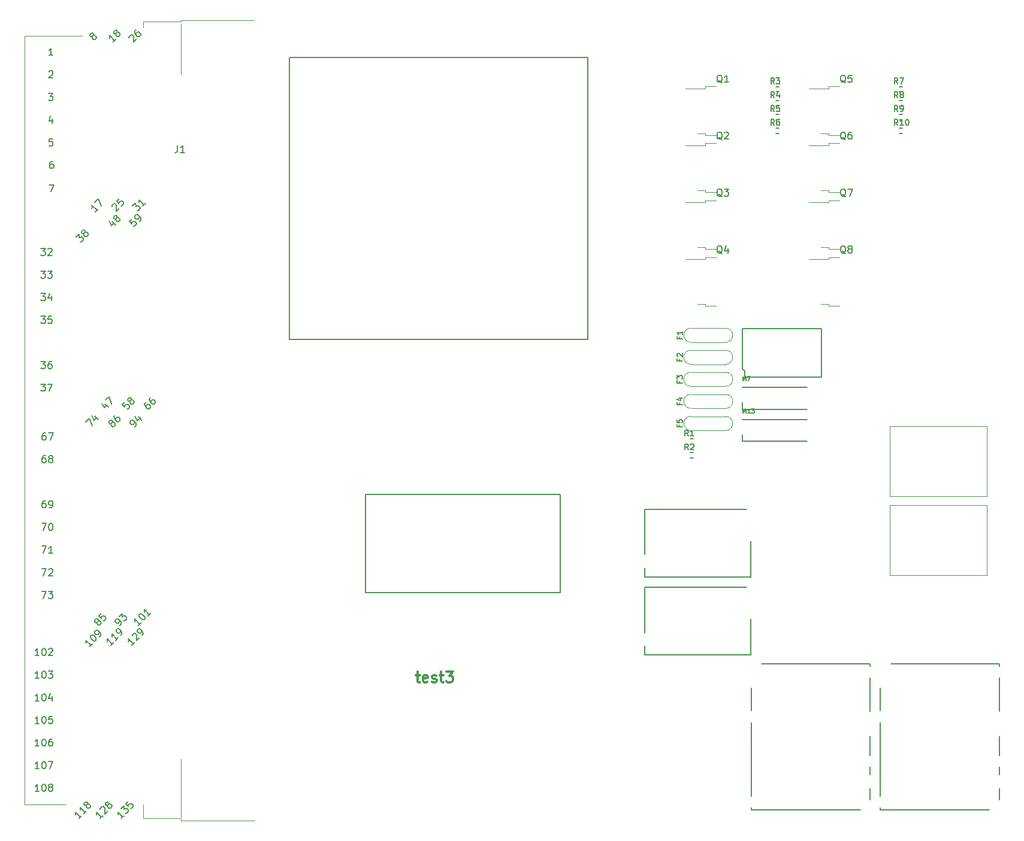
<source format=gto>
G04 #@! TF.GenerationSoftware,KiCad,Pcbnew,8.0.9-8.0.9-0~ubuntu24.04.1*
G04 #@! TF.CreationDate,2025-02-19T21:10:22+00:00*
G04 #@! TF.ProjectId,rusefiSTI2004,72757365-6669-4535-9449-323030342e6b,rev?*
G04 #@! TF.SameCoordinates,Original*
G04 #@! TF.FileFunction,Legend,Top*
G04 #@! TF.FilePolarity,Positive*
%FSLAX46Y46*%
G04 Gerber Fmt 4.6, Leading zero omitted, Abs format (unit mm)*
G04 Created by KiCad (PCBNEW 8.0.9-8.0.9-0~ubuntu24.04.1) date 2025-02-19 21:10:22*
%MOMM*%
%LPD*%
G01*
G04 APERTURE LIST*
%ADD10C,0.300000*%
%ADD11C,0.170000*%
%ADD12C,0.150000*%
%ADD13C,0.127000*%
%ADD14C,0.200000*%
%ADD15C,0.203200*%
%ADD16C,0.120000*%
%ADD17C,0.100000*%
G04 APERTURE END LIST*
D10*
X55315225Y20674168D02*
X55886653Y20674168D01*
X55529510Y21174168D02*
X55529510Y19888454D01*
X55529510Y19888454D02*
X55600939Y19745596D01*
X55600939Y19745596D02*
X55743796Y19674168D01*
X55743796Y19674168D02*
X55886653Y19674168D01*
X56958082Y19745596D02*
X56815225Y19674168D01*
X56815225Y19674168D02*
X56529511Y19674168D01*
X56529511Y19674168D02*
X56386653Y19745596D01*
X56386653Y19745596D02*
X56315225Y19888454D01*
X56315225Y19888454D02*
X56315225Y20459882D01*
X56315225Y20459882D02*
X56386653Y20602739D01*
X56386653Y20602739D02*
X56529511Y20674168D01*
X56529511Y20674168D02*
X56815225Y20674168D01*
X56815225Y20674168D02*
X56958082Y20602739D01*
X56958082Y20602739D02*
X57029511Y20459882D01*
X57029511Y20459882D02*
X57029511Y20317025D01*
X57029511Y20317025D02*
X56315225Y20174168D01*
X57600939Y19745596D02*
X57743796Y19674168D01*
X57743796Y19674168D02*
X58029510Y19674168D01*
X58029510Y19674168D02*
X58172367Y19745596D01*
X58172367Y19745596D02*
X58243796Y19888454D01*
X58243796Y19888454D02*
X58243796Y19959882D01*
X58243796Y19959882D02*
X58172367Y20102739D01*
X58172367Y20102739D02*
X58029510Y20174168D01*
X58029510Y20174168D02*
X57815225Y20174168D01*
X57815225Y20174168D02*
X57672367Y20245596D01*
X57672367Y20245596D02*
X57600939Y20388454D01*
X57600939Y20388454D02*
X57600939Y20459882D01*
X57600939Y20459882D02*
X57672367Y20602739D01*
X57672367Y20602739D02*
X57815225Y20674168D01*
X57815225Y20674168D02*
X58029510Y20674168D01*
X58029510Y20674168D02*
X58172367Y20602739D01*
X58672368Y20674168D02*
X59243796Y20674168D01*
X58886653Y21174168D02*
X58886653Y19888454D01*
X58886653Y19888454D02*
X58958082Y19745596D01*
X58958082Y19745596D02*
X59100939Y19674168D01*
X59100939Y19674168D02*
X59243796Y19674168D01*
X59600939Y21174168D02*
X60529511Y21174168D01*
X60529511Y21174168D02*
X60029511Y20602739D01*
X60029511Y20602739D02*
X60243796Y20602739D01*
X60243796Y20602739D02*
X60386654Y20531311D01*
X60386654Y20531311D02*
X60458082Y20459882D01*
X60458082Y20459882D02*
X60529511Y20317025D01*
X60529511Y20317025D02*
X60529511Y19959882D01*
X60529511Y19959882D02*
X60458082Y19817025D01*
X60458082Y19817025D02*
X60386654Y19745596D01*
X60386654Y19745596D02*
X60243796Y19674168D01*
X60243796Y19674168D02*
X59815225Y19674168D01*
X59815225Y19674168D02*
X59672368Y19745596D01*
X59672368Y19745596D02*
X59600939Y19817025D01*
D11*
X105965092Y98464282D02*
X105691759Y98854758D01*
X105496521Y98464282D02*
X105496521Y99284282D01*
X105496521Y99284282D02*
X105808902Y99284282D01*
X105808902Y99284282D02*
X105886997Y99245234D01*
X105886997Y99245234D02*
X105926044Y99206187D01*
X105926044Y99206187D02*
X105965092Y99128091D01*
X105965092Y99128091D02*
X105965092Y99010949D01*
X105965092Y99010949D02*
X105926044Y98932853D01*
X105926044Y98932853D02*
X105886997Y98893806D01*
X105886997Y98893806D02*
X105808902Y98854758D01*
X105808902Y98854758D02*
X105496521Y98854758D01*
X106667949Y99284282D02*
X106511759Y99284282D01*
X106511759Y99284282D02*
X106433663Y99245234D01*
X106433663Y99245234D02*
X106394616Y99206187D01*
X106394616Y99206187D02*
X106316521Y99089044D01*
X106316521Y99089044D02*
X106277473Y98932853D01*
X106277473Y98932853D02*
X106277473Y98620472D01*
X106277473Y98620472D02*
X106316521Y98542377D01*
X106316521Y98542377D02*
X106355568Y98503329D01*
X106355568Y98503329D02*
X106433663Y98464282D01*
X106433663Y98464282D02*
X106589854Y98464282D01*
X106589854Y98464282D02*
X106667949Y98503329D01*
X106667949Y98503329D02*
X106706997Y98542377D01*
X106706997Y98542377D02*
X106746044Y98620472D01*
X106746044Y98620472D02*
X106746044Y98815710D01*
X106746044Y98815710D02*
X106706997Y98893806D01*
X106706997Y98893806D02*
X106667949Y98932853D01*
X106667949Y98932853D02*
X106589854Y98971901D01*
X106589854Y98971901D02*
X106433663Y98971901D01*
X106433663Y98971901D02*
X106355568Y98932853D01*
X106355568Y98932853D02*
X106316521Y98893806D01*
X106316521Y98893806D02*
X106277473Y98815710D01*
D12*
X98604761Y96399943D02*
X98509523Y96447562D01*
X98509523Y96447562D02*
X98414285Y96542800D01*
X98414285Y96542800D02*
X98271428Y96685658D01*
X98271428Y96685658D02*
X98176190Y96733277D01*
X98176190Y96733277D02*
X98080952Y96733277D01*
X98128571Y96495181D02*
X98033333Y96542800D01*
X98033333Y96542800D02*
X97938095Y96638039D01*
X97938095Y96638039D02*
X97890476Y96828515D01*
X97890476Y96828515D02*
X97890476Y97161848D01*
X97890476Y97161848D02*
X97938095Y97352324D01*
X97938095Y97352324D02*
X98033333Y97447562D01*
X98033333Y97447562D02*
X98128571Y97495181D01*
X98128571Y97495181D02*
X98319047Y97495181D01*
X98319047Y97495181D02*
X98414285Y97447562D01*
X98414285Y97447562D02*
X98509523Y97352324D01*
X98509523Y97352324D02*
X98557142Y97161848D01*
X98557142Y97161848D02*
X98557142Y96828515D01*
X98557142Y96828515D02*
X98509523Y96638039D01*
X98509523Y96638039D02*
X98414285Y96542800D01*
X98414285Y96542800D02*
X98319047Y96495181D01*
X98319047Y96495181D02*
X98128571Y96495181D01*
X98938095Y97399943D02*
X98985714Y97447562D01*
X98985714Y97447562D02*
X99080952Y97495181D01*
X99080952Y97495181D02*
X99319047Y97495181D01*
X99319047Y97495181D02*
X99414285Y97447562D01*
X99414285Y97447562D02*
X99461904Y97399943D01*
X99461904Y97399943D02*
X99509523Y97304705D01*
X99509523Y97304705D02*
X99509523Y97209467D01*
X99509523Y97209467D02*
X99461904Y97066610D01*
X99461904Y97066610D02*
X98890476Y96495181D01*
X98890476Y96495181D02*
X99509523Y96495181D01*
D13*
X92581768Y65391001D02*
X92581768Y65137001D01*
X92980911Y65137001D02*
X92218911Y65137001D01*
X92218911Y65137001D02*
X92218911Y65499858D01*
X92291483Y65753858D02*
X92255197Y65790144D01*
X92255197Y65790144D02*
X92218911Y65862715D01*
X92218911Y65862715D02*
X92218911Y66044144D01*
X92218911Y66044144D02*
X92255197Y66116715D01*
X92255197Y66116715D02*
X92291483Y66153001D01*
X92291483Y66153001D02*
X92364054Y66189287D01*
X92364054Y66189287D02*
X92436626Y66189287D01*
X92436626Y66189287D02*
X92545483Y66153001D01*
X92545483Y66153001D02*
X92980911Y65717573D01*
X92980911Y65717573D02*
X92980911Y66189287D01*
D11*
X123415092Y102362374D02*
X123141759Y102752850D01*
X122946521Y102362374D02*
X122946521Y103182374D01*
X122946521Y103182374D02*
X123258902Y103182374D01*
X123258902Y103182374D02*
X123336997Y103143326D01*
X123336997Y103143326D02*
X123376044Y103104279D01*
X123376044Y103104279D02*
X123415092Y103026183D01*
X123415092Y103026183D02*
X123415092Y102909041D01*
X123415092Y102909041D02*
X123376044Y102830945D01*
X123376044Y102830945D02*
X123336997Y102791898D01*
X123336997Y102791898D02*
X123258902Y102752850D01*
X123258902Y102752850D02*
X122946521Y102752850D01*
X123883663Y102830945D02*
X123805568Y102869993D01*
X123805568Y102869993D02*
X123766521Y102909041D01*
X123766521Y102909041D02*
X123727473Y102987136D01*
X123727473Y102987136D02*
X123727473Y103026183D01*
X123727473Y103026183D02*
X123766521Y103104279D01*
X123766521Y103104279D02*
X123805568Y103143326D01*
X123805568Y103143326D02*
X123883663Y103182374D01*
X123883663Y103182374D02*
X124039854Y103182374D01*
X124039854Y103182374D02*
X124117949Y103143326D01*
X124117949Y103143326D02*
X124156997Y103104279D01*
X124156997Y103104279D02*
X124196044Y103026183D01*
X124196044Y103026183D02*
X124196044Y102987136D01*
X124196044Y102987136D02*
X124156997Y102909041D01*
X124156997Y102909041D02*
X124117949Y102869993D01*
X124117949Y102869993D02*
X124039854Y102830945D01*
X124039854Y102830945D02*
X123883663Y102830945D01*
X123883663Y102830945D02*
X123805568Y102791898D01*
X123805568Y102791898D02*
X123766521Y102752850D01*
X123766521Y102752850D02*
X123727473Y102674755D01*
X123727473Y102674755D02*
X123727473Y102518564D01*
X123727473Y102518564D02*
X123766521Y102440469D01*
X123766521Y102440469D02*
X123805568Y102401421D01*
X123805568Y102401421D02*
X123883663Y102362374D01*
X123883663Y102362374D02*
X124039854Y102362374D01*
X124039854Y102362374D02*
X124117949Y102401421D01*
X124117949Y102401421D02*
X124156997Y102440469D01*
X124156997Y102440469D02*
X124196044Y102518564D01*
X124196044Y102518564D02*
X124196044Y102674755D01*
X124196044Y102674755D02*
X124156997Y102752850D01*
X124156997Y102752850D02*
X124117949Y102791898D01*
X124117949Y102791898D02*
X124039854Y102830945D01*
X93815092Y52562374D02*
X93541759Y52952850D01*
X93346521Y52562374D02*
X93346521Y53382374D01*
X93346521Y53382374D02*
X93658902Y53382374D01*
X93658902Y53382374D02*
X93736997Y53343326D01*
X93736997Y53343326D02*
X93776044Y53304279D01*
X93776044Y53304279D02*
X93815092Y53226183D01*
X93815092Y53226183D02*
X93815092Y53109041D01*
X93815092Y53109041D02*
X93776044Y53030945D01*
X93776044Y53030945D02*
X93736997Y52991898D01*
X93736997Y52991898D02*
X93658902Y52952850D01*
X93658902Y52952850D02*
X93346521Y52952850D01*
X94127473Y53304279D02*
X94166521Y53343326D01*
X94166521Y53343326D02*
X94244616Y53382374D01*
X94244616Y53382374D02*
X94439854Y53382374D01*
X94439854Y53382374D02*
X94517949Y53343326D01*
X94517949Y53343326D02*
X94556997Y53304279D01*
X94556997Y53304279D02*
X94596044Y53226183D01*
X94596044Y53226183D02*
X94596044Y53148088D01*
X94596044Y53148088D02*
X94556997Y53030945D01*
X94556997Y53030945D02*
X94088425Y52562374D01*
X94088425Y52562374D02*
X94596044Y52562374D01*
D13*
X92581768Y62271001D02*
X92581768Y62017001D01*
X92980911Y62017001D02*
X92218911Y62017001D01*
X92218911Y62017001D02*
X92218911Y62379858D01*
X92218911Y62597573D02*
X92218911Y63069287D01*
X92218911Y63069287D02*
X92509197Y62815287D01*
X92509197Y62815287D02*
X92509197Y62924144D01*
X92509197Y62924144D02*
X92545483Y62996715D01*
X92545483Y62996715D02*
X92581768Y63033001D01*
X92581768Y63033001D02*
X92654340Y63069287D01*
X92654340Y63069287D02*
X92835768Y63069287D01*
X92835768Y63069287D02*
X92908340Y63033001D01*
X92908340Y63033001D02*
X92944626Y62996715D01*
X92944626Y62996715D02*
X92980911Y62924144D01*
X92980911Y62924144D02*
X92980911Y62706430D01*
X92980911Y62706430D02*
X92944626Y62633858D01*
X92944626Y62633858D02*
X92908340Y62597573D01*
D11*
X105965092Y100413328D02*
X105691759Y100803804D01*
X105496521Y100413328D02*
X105496521Y101233328D01*
X105496521Y101233328D02*
X105808902Y101233328D01*
X105808902Y101233328D02*
X105886997Y101194280D01*
X105886997Y101194280D02*
X105926044Y101155233D01*
X105926044Y101155233D02*
X105965092Y101077137D01*
X105965092Y101077137D02*
X105965092Y100959995D01*
X105965092Y100959995D02*
X105926044Y100881899D01*
X105926044Y100881899D02*
X105886997Y100842852D01*
X105886997Y100842852D02*
X105808902Y100803804D01*
X105808902Y100803804D02*
X105496521Y100803804D01*
X106706997Y101233328D02*
X106316521Y101233328D01*
X106316521Y101233328D02*
X106277473Y100842852D01*
X106277473Y100842852D02*
X106316521Y100881899D01*
X106316521Y100881899D02*
X106394616Y100920947D01*
X106394616Y100920947D02*
X106589854Y100920947D01*
X106589854Y100920947D02*
X106667949Y100881899D01*
X106667949Y100881899D02*
X106706997Y100842852D01*
X106706997Y100842852D02*
X106746044Y100764756D01*
X106746044Y100764756D02*
X106746044Y100569518D01*
X106746044Y100569518D02*
X106706997Y100491423D01*
X106706997Y100491423D02*
X106667949Y100452375D01*
X106667949Y100452375D02*
X106589854Y100413328D01*
X106589854Y100413328D02*
X106394616Y100413328D01*
X106394616Y100413328D02*
X106316521Y100452375D01*
X106316521Y100452375D02*
X106277473Y100491423D01*
D12*
X98604761Y80299943D02*
X98509523Y80347562D01*
X98509523Y80347562D02*
X98414285Y80442800D01*
X98414285Y80442800D02*
X98271428Y80585658D01*
X98271428Y80585658D02*
X98176190Y80633277D01*
X98176190Y80633277D02*
X98080952Y80633277D01*
X98128571Y80395181D02*
X98033333Y80442800D01*
X98033333Y80442800D02*
X97938095Y80538039D01*
X97938095Y80538039D02*
X97890476Y80728515D01*
X97890476Y80728515D02*
X97890476Y81061848D01*
X97890476Y81061848D02*
X97938095Y81252324D01*
X97938095Y81252324D02*
X98033333Y81347562D01*
X98033333Y81347562D02*
X98128571Y81395181D01*
X98128571Y81395181D02*
X98319047Y81395181D01*
X98319047Y81395181D02*
X98414285Y81347562D01*
X98414285Y81347562D02*
X98509523Y81252324D01*
X98509523Y81252324D02*
X98557142Y81061848D01*
X98557142Y81061848D02*
X98557142Y80728515D01*
X98557142Y80728515D02*
X98509523Y80538039D01*
X98509523Y80538039D02*
X98414285Y80442800D01*
X98414285Y80442800D02*
X98319047Y80395181D01*
X98319047Y80395181D02*
X98128571Y80395181D01*
X99414285Y81061848D02*
X99414285Y80395181D01*
X99176190Y81442800D02*
X98938095Y80728515D01*
X98938095Y80728515D02*
X99557142Y80728515D01*
X116054761Y88349943D02*
X115959523Y88397562D01*
X115959523Y88397562D02*
X115864285Y88492800D01*
X115864285Y88492800D02*
X115721428Y88635658D01*
X115721428Y88635658D02*
X115626190Y88683277D01*
X115626190Y88683277D02*
X115530952Y88683277D01*
X115578571Y88445181D02*
X115483333Y88492800D01*
X115483333Y88492800D02*
X115388095Y88588039D01*
X115388095Y88588039D02*
X115340476Y88778515D01*
X115340476Y88778515D02*
X115340476Y89111848D01*
X115340476Y89111848D02*
X115388095Y89302324D01*
X115388095Y89302324D02*
X115483333Y89397562D01*
X115483333Y89397562D02*
X115578571Y89445181D01*
X115578571Y89445181D02*
X115769047Y89445181D01*
X115769047Y89445181D02*
X115864285Y89397562D01*
X115864285Y89397562D02*
X115959523Y89302324D01*
X115959523Y89302324D02*
X116007142Y89111848D01*
X116007142Y89111848D02*
X116007142Y88778515D01*
X116007142Y88778515D02*
X115959523Y88588039D01*
X115959523Y88588039D02*
X115864285Y88492800D01*
X115864285Y88492800D02*
X115769047Y88445181D01*
X115769047Y88445181D02*
X115578571Y88445181D01*
X116340476Y89445181D02*
X117007142Y89445181D01*
X117007142Y89445181D02*
X116578571Y88445181D01*
X101536741Y62314426D02*
X101536741Y62914426D01*
X101536741Y62914426D02*
X101736741Y62485855D01*
X101736741Y62485855D02*
X101936741Y62914426D01*
X101936741Y62914426D02*
X101936741Y62314426D01*
X102165312Y62914426D02*
X102565312Y62914426D01*
X102565312Y62914426D02*
X102308169Y62314426D01*
X98604761Y104449943D02*
X98509523Y104497562D01*
X98509523Y104497562D02*
X98414285Y104592800D01*
X98414285Y104592800D02*
X98271428Y104735658D01*
X98271428Y104735658D02*
X98176190Y104783277D01*
X98176190Y104783277D02*
X98080952Y104783277D01*
X98128571Y104545181D02*
X98033333Y104592800D01*
X98033333Y104592800D02*
X97938095Y104688039D01*
X97938095Y104688039D02*
X97890476Y104878515D01*
X97890476Y104878515D02*
X97890476Y105211848D01*
X97890476Y105211848D02*
X97938095Y105402324D01*
X97938095Y105402324D02*
X98033333Y105497562D01*
X98033333Y105497562D02*
X98128571Y105545181D01*
X98128571Y105545181D02*
X98319047Y105545181D01*
X98319047Y105545181D02*
X98414285Y105497562D01*
X98414285Y105497562D02*
X98509523Y105402324D01*
X98509523Y105402324D02*
X98557142Y105211848D01*
X98557142Y105211848D02*
X98557142Y104878515D01*
X98557142Y104878515D02*
X98509523Y104688039D01*
X98509523Y104688039D02*
X98414285Y104592800D01*
X98414285Y104592800D02*
X98319047Y104545181D01*
X98319047Y104545181D02*
X98128571Y104545181D01*
X99509523Y104545181D02*
X98938095Y104545181D01*
X99223809Y104545181D02*
X99223809Y105545181D01*
X99223809Y105545181D02*
X99128571Y105402324D01*
X99128571Y105402324D02*
X99033333Y105307086D01*
X99033333Y105307086D02*
X98938095Y105259467D01*
X98604761Y88349943D02*
X98509523Y88397562D01*
X98509523Y88397562D02*
X98414285Y88492800D01*
X98414285Y88492800D02*
X98271428Y88635658D01*
X98271428Y88635658D02*
X98176190Y88683277D01*
X98176190Y88683277D02*
X98080952Y88683277D01*
X98128571Y88445181D02*
X98033333Y88492800D01*
X98033333Y88492800D02*
X97938095Y88588039D01*
X97938095Y88588039D02*
X97890476Y88778515D01*
X97890476Y88778515D02*
X97890476Y89111848D01*
X97890476Y89111848D02*
X97938095Y89302324D01*
X97938095Y89302324D02*
X98033333Y89397562D01*
X98033333Y89397562D02*
X98128571Y89445181D01*
X98128571Y89445181D02*
X98319047Y89445181D01*
X98319047Y89445181D02*
X98414285Y89397562D01*
X98414285Y89397562D02*
X98509523Y89302324D01*
X98509523Y89302324D02*
X98557142Y89111848D01*
X98557142Y89111848D02*
X98557142Y88778515D01*
X98557142Y88778515D02*
X98509523Y88588039D01*
X98509523Y88588039D02*
X98414285Y88492800D01*
X98414285Y88492800D02*
X98319047Y88445181D01*
X98319047Y88445181D02*
X98128571Y88445181D01*
X98890476Y89445181D02*
X99509523Y89445181D01*
X99509523Y89445181D02*
X99176190Y89064229D01*
X99176190Y89064229D02*
X99319047Y89064229D01*
X99319047Y89064229D02*
X99414285Y89016610D01*
X99414285Y89016610D02*
X99461904Y88968991D01*
X99461904Y88968991D02*
X99509523Y88873753D01*
X99509523Y88873753D02*
X99509523Y88635658D01*
X99509523Y88635658D02*
X99461904Y88540420D01*
X99461904Y88540420D02*
X99414285Y88492800D01*
X99414285Y88492800D02*
X99319047Y88445181D01*
X99319047Y88445181D02*
X99033333Y88445181D01*
X99033333Y88445181D02*
X98938095Y88492800D01*
X98938095Y88492800D02*
X98890476Y88540420D01*
D11*
X123415092Y100413328D02*
X123141759Y100803804D01*
X122946521Y100413328D02*
X122946521Y101233328D01*
X122946521Y101233328D02*
X123258902Y101233328D01*
X123258902Y101233328D02*
X123336997Y101194280D01*
X123336997Y101194280D02*
X123376044Y101155233D01*
X123376044Y101155233D02*
X123415092Y101077137D01*
X123415092Y101077137D02*
X123415092Y100959995D01*
X123415092Y100959995D02*
X123376044Y100881899D01*
X123376044Y100881899D02*
X123336997Y100842852D01*
X123336997Y100842852D02*
X123258902Y100803804D01*
X123258902Y100803804D02*
X122946521Y100803804D01*
X123805568Y100413328D02*
X123961759Y100413328D01*
X123961759Y100413328D02*
X124039854Y100452375D01*
X124039854Y100452375D02*
X124078902Y100491423D01*
X124078902Y100491423D02*
X124156997Y100608566D01*
X124156997Y100608566D02*
X124196044Y100764756D01*
X124196044Y100764756D02*
X124196044Y101077137D01*
X124196044Y101077137D02*
X124156997Y101155233D01*
X124156997Y101155233D02*
X124117949Y101194280D01*
X124117949Y101194280D02*
X124039854Y101233328D01*
X124039854Y101233328D02*
X123883663Y101233328D01*
X123883663Y101233328D02*
X123805568Y101194280D01*
X123805568Y101194280D02*
X123766521Y101155233D01*
X123766521Y101155233D02*
X123727473Y101077137D01*
X123727473Y101077137D02*
X123727473Y100881899D01*
X123727473Y100881899D02*
X123766521Y100803804D01*
X123766521Y100803804D02*
X123805568Y100764756D01*
X123805568Y100764756D02*
X123883663Y100725709D01*
X123883663Y100725709D02*
X124039854Y100725709D01*
X124039854Y100725709D02*
X124117949Y100764756D01*
X124117949Y100764756D02*
X124156997Y100803804D01*
X124156997Y100803804D02*
X124196044Y100881899D01*
D12*
X101536741Y57764423D02*
X101536741Y58364423D01*
X101536741Y58364423D02*
X101736741Y57935852D01*
X101736741Y57935852D02*
X101936741Y58364423D01*
X101936741Y58364423D02*
X101936741Y57764423D01*
X102536740Y57764423D02*
X102193883Y57764423D01*
X102365312Y57764423D02*
X102365312Y58364423D01*
X102365312Y58364423D02*
X102308169Y58278709D01*
X102308169Y58278709D02*
X102251026Y58221566D01*
X102251026Y58221566D02*
X102193883Y58192994D01*
X102736741Y58364423D02*
X103108169Y58364423D01*
X103108169Y58364423D02*
X102908169Y58135852D01*
X102908169Y58135852D02*
X102993884Y58135852D01*
X102993884Y58135852D02*
X103051027Y58107280D01*
X103051027Y58107280D02*
X103079598Y58078709D01*
X103079598Y58078709D02*
X103108169Y58021566D01*
X103108169Y58021566D02*
X103108169Y57878709D01*
X103108169Y57878709D02*
X103079598Y57821566D01*
X103079598Y57821566D02*
X103051027Y57792994D01*
X103051027Y57792994D02*
X102993884Y57764423D01*
X102993884Y57764423D02*
X102822455Y57764423D01*
X102822455Y57764423D02*
X102765312Y57792994D01*
X102765312Y57792994D02*
X102736741Y57821566D01*
X116054761Y104449943D02*
X115959523Y104497562D01*
X115959523Y104497562D02*
X115864285Y104592800D01*
X115864285Y104592800D02*
X115721428Y104735658D01*
X115721428Y104735658D02*
X115626190Y104783277D01*
X115626190Y104783277D02*
X115530952Y104783277D01*
X115578571Y104545181D02*
X115483333Y104592800D01*
X115483333Y104592800D02*
X115388095Y104688039D01*
X115388095Y104688039D02*
X115340476Y104878515D01*
X115340476Y104878515D02*
X115340476Y105211848D01*
X115340476Y105211848D02*
X115388095Y105402324D01*
X115388095Y105402324D02*
X115483333Y105497562D01*
X115483333Y105497562D02*
X115578571Y105545181D01*
X115578571Y105545181D02*
X115769047Y105545181D01*
X115769047Y105545181D02*
X115864285Y105497562D01*
X115864285Y105497562D02*
X115959523Y105402324D01*
X115959523Y105402324D02*
X116007142Y105211848D01*
X116007142Y105211848D02*
X116007142Y104878515D01*
X116007142Y104878515D02*
X115959523Y104688039D01*
X115959523Y104688039D02*
X115864285Y104592800D01*
X115864285Y104592800D02*
X115769047Y104545181D01*
X115769047Y104545181D02*
X115578571Y104545181D01*
X116911904Y105545181D02*
X116435714Y105545181D01*
X116435714Y105545181D02*
X116388095Y105068991D01*
X116388095Y105068991D02*
X116435714Y105116610D01*
X116435714Y105116610D02*
X116530952Y105164229D01*
X116530952Y105164229D02*
X116769047Y105164229D01*
X116769047Y105164229D02*
X116864285Y105116610D01*
X116864285Y105116610D02*
X116911904Y105068991D01*
X116911904Y105068991D02*
X116959523Y104973753D01*
X116959523Y104973753D02*
X116959523Y104735658D01*
X116959523Y104735658D02*
X116911904Y104640420D01*
X116911904Y104640420D02*
X116864285Y104592800D01*
X116864285Y104592800D02*
X116769047Y104545181D01*
X116769047Y104545181D02*
X116530952Y104545181D01*
X116530952Y104545181D02*
X116435714Y104592800D01*
X116435714Y104592800D02*
X116388095Y104640420D01*
X116054761Y80299943D02*
X115959523Y80347562D01*
X115959523Y80347562D02*
X115864285Y80442800D01*
X115864285Y80442800D02*
X115721428Y80585658D01*
X115721428Y80585658D02*
X115626190Y80633277D01*
X115626190Y80633277D02*
X115530952Y80633277D01*
X115578571Y80395181D02*
X115483333Y80442800D01*
X115483333Y80442800D02*
X115388095Y80538039D01*
X115388095Y80538039D02*
X115340476Y80728515D01*
X115340476Y80728515D02*
X115340476Y81061848D01*
X115340476Y81061848D02*
X115388095Y81252324D01*
X115388095Y81252324D02*
X115483333Y81347562D01*
X115483333Y81347562D02*
X115578571Y81395181D01*
X115578571Y81395181D02*
X115769047Y81395181D01*
X115769047Y81395181D02*
X115864285Y81347562D01*
X115864285Y81347562D02*
X115959523Y81252324D01*
X115959523Y81252324D02*
X116007142Y81061848D01*
X116007142Y81061848D02*
X116007142Y80728515D01*
X116007142Y80728515D02*
X115959523Y80538039D01*
X115959523Y80538039D02*
X115864285Y80442800D01*
X115864285Y80442800D02*
X115769047Y80395181D01*
X115769047Y80395181D02*
X115578571Y80395181D01*
X116578571Y80966610D02*
X116483333Y81014229D01*
X116483333Y81014229D02*
X116435714Y81061848D01*
X116435714Y81061848D02*
X116388095Y81157086D01*
X116388095Y81157086D02*
X116388095Y81204705D01*
X116388095Y81204705D02*
X116435714Y81299943D01*
X116435714Y81299943D02*
X116483333Y81347562D01*
X116483333Y81347562D02*
X116578571Y81395181D01*
X116578571Y81395181D02*
X116769047Y81395181D01*
X116769047Y81395181D02*
X116864285Y81347562D01*
X116864285Y81347562D02*
X116911904Y81299943D01*
X116911904Y81299943D02*
X116959523Y81204705D01*
X116959523Y81204705D02*
X116959523Y81157086D01*
X116959523Y81157086D02*
X116911904Y81061848D01*
X116911904Y81061848D02*
X116864285Y81014229D01*
X116864285Y81014229D02*
X116769047Y80966610D01*
X116769047Y80966610D02*
X116578571Y80966610D01*
X116578571Y80966610D02*
X116483333Y80918991D01*
X116483333Y80918991D02*
X116435714Y80871372D01*
X116435714Y80871372D02*
X116388095Y80776134D01*
X116388095Y80776134D02*
X116388095Y80585658D01*
X116388095Y80585658D02*
X116435714Y80490420D01*
X116435714Y80490420D02*
X116483333Y80442800D01*
X116483333Y80442800D02*
X116578571Y80395181D01*
X116578571Y80395181D02*
X116769047Y80395181D01*
X116769047Y80395181D02*
X116864285Y80442800D01*
X116864285Y80442800D02*
X116911904Y80490420D01*
X116911904Y80490420D02*
X116959523Y80585658D01*
X116959523Y80585658D02*
X116959523Y80776134D01*
X116959523Y80776134D02*
X116911904Y80871372D01*
X116911904Y80871372D02*
X116864285Y80918991D01*
X116864285Y80918991D02*
X116769047Y80966610D01*
D11*
X123415092Y98464282D02*
X123141759Y98854758D01*
X122946521Y98464282D02*
X122946521Y99284282D01*
X122946521Y99284282D02*
X123258902Y99284282D01*
X123258902Y99284282D02*
X123336997Y99245234D01*
X123336997Y99245234D02*
X123376044Y99206187D01*
X123376044Y99206187D02*
X123415092Y99128091D01*
X123415092Y99128091D02*
X123415092Y99010949D01*
X123415092Y99010949D02*
X123376044Y98932853D01*
X123376044Y98932853D02*
X123336997Y98893806D01*
X123336997Y98893806D02*
X123258902Y98854758D01*
X123258902Y98854758D02*
X122946521Y98854758D01*
X124196044Y98464282D02*
X123727473Y98464282D01*
X123961759Y98464282D02*
X123961759Y99284282D01*
X123961759Y99284282D02*
X123883663Y99167139D01*
X123883663Y99167139D02*
X123805568Y99089044D01*
X123805568Y99089044D02*
X123727473Y99049996D01*
X124703663Y99284282D02*
X124781758Y99284282D01*
X124781758Y99284282D02*
X124859854Y99245234D01*
X124859854Y99245234D02*
X124898901Y99206187D01*
X124898901Y99206187D02*
X124937949Y99128091D01*
X124937949Y99128091D02*
X124976996Y98971901D01*
X124976996Y98971901D02*
X124976996Y98776663D01*
X124976996Y98776663D02*
X124937949Y98620472D01*
X124937949Y98620472D02*
X124898901Y98542377D01*
X124898901Y98542377D02*
X124859854Y98503329D01*
X124859854Y98503329D02*
X124781758Y98464282D01*
X124781758Y98464282D02*
X124703663Y98464282D01*
X124703663Y98464282D02*
X124625568Y98503329D01*
X124625568Y98503329D02*
X124586520Y98542377D01*
X124586520Y98542377D02*
X124547473Y98620472D01*
X124547473Y98620472D02*
X124508425Y98776663D01*
X124508425Y98776663D02*
X124508425Y98971901D01*
X124508425Y98971901D02*
X124547473Y99128091D01*
X124547473Y99128091D02*
X124586520Y99206187D01*
X124586520Y99206187D02*
X124625568Y99245234D01*
X124625568Y99245234D02*
X124703663Y99284282D01*
X105965092Y102362374D02*
X105691759Y102752850D01*
X105496521Y102362374D02*
X105496521Y103182374D01*
X105496521Y103182374D02*
X105808902Y103182374D01*
X105808902Y103182374D02*
X105886997Y103143326D01*
X105886997Y103143326D02*
X105926044Y103104279D01*
X105926044Y103104279D02*
X105965092Y103026183D01*
X105965092Y103026183D02*
X105965092Y102909041D01*
X105965092Y102909041D02*
X105926044Y102830945D01*
X105926044Y102830945D02*
X105886997Y102791898D01*
X105886997Y102791898D02*
X105808902Y102752850D01*
X105808902Y102752850D02*
X105496521Y102752850D01*
X106667949Y102909041D02*
X106667949Y102362374D01*
X106472711Y103221421D02*
X106277473Y102635707D01*
X106277473Y102635707D02*
X106785092Y102635707D01*
X93815092Y54511420D02*
X93541759Y54901896D01*
X93346521Y54511420D02*
X93346521Y55331420D01*
X93346521Y55331420D02*
X93658902Y55331420D01*
X93658902Y55331420D02*
X93736997Y55292372D01*
X93736997Y55292372D02*
X93776044Y55253325D01*
X93776044Y55253325D02*
X93815092Y55175229D01*
X93815092Y55175229D02*
X93815092Y55058087D01*
X93815092Y55058087D02*
X93776044Y54979991D01*
X93776044Y54979991D02*
X93736997Y54940944D01*
X93736997Y54940944D02*
X93658902Y54901896D01*
X93658902Y54901896D02*
X93346521Y54901896D01*
X94596044Y54511420D02*
X94127473Y54511420D01*
X94361759Y54511420D02*
X94361759Y55331420D01*
X94361759Y55331420D02*
X94283663Y55214277D01*
X94283663Y55214277D02*
X94205568Y55136182D01*
X94205568Y55136182D02*
X94127473Y55097134D01*
X105965092Y104311420D02*
X105691759Y104701896D01*
X105496521Y104311420D02*
X105496521Y105131420D01*
X105496521Y105131420D02*
X105808902Y105131420D01*
X105808902Y105131420D02*
X105886997Y105092372D01*
X105886997Y105092372D02*
X105926044Y105053325D01*
X105926044Y105053325D02*
X105965092Y104975229D01*
X105965092Y104975229D02*
X105965092Y104858087D01*
X105965092Y104858087D02*
X105926044Y104779991D01*
X105926044Y104779991D02*
X105886997Y104740944D01*
X105886997Y104740944D02*
X105808902Y104701896D01*
X105808902Y104701896D02*
X105496521Y104701896D01*
X106238425Y105131420D02*
X106746044Y105131420D01*
X106746044Y105131420D02*
X106472711Y104819039D01*
X106472711Y104819039D02*
X106589854Y104819039D01*
X106589854Y104819039D02*
X106667949Y104779991D01*
X106667949Y104779991D02*
X106706997Y104740944D01*
X106706997Y104740944D02*
X106746044Y104662848D01*
X106746044Y104662848D02*
X106746044Y104467610D01*
X106746044Y104467610D02*
X106706997Y104389515D01*
X106706997Y104389515D02*
X106667949Y104350467D01*
X106667949Y104350467D02*
X106589854Y104311420D01*
X106589854Y104311420D02*
X106355568Y104311420D01*
X106355568Y104311420D02*
X106277473Y104350467D01*
X106277473Y104350467D02*
X106238425Y104389515D01*
D13*
X92581768Y59151001D02*
X92581768Y58897001D01*
X92980911Y58897001D02*
X92218911Y58897001D01*
X92218911Y58897001D02*
X92218911Y59259858D01*
X92472911Y59876715D02*
X92980911Y59876715D01*
X92182626Y59695287D02*
X92726911Y59513858D01*
X92726911Y59513858D02*
X92726911Y59985573D01*
D12*
X21641666Y95620177D02*
X21641666Y94905892D01*
X21641666Y94905892D02*
X21594047Y94763035D01*
X21594047Y94763035D02*
X21498809Y94667796D01*
X21498809Y94667796D02*
X21355952Y94620177D01*
X21355952Y94620177D02*
X21260714Y94620177D01*
X22641666Y94620177D02*
X22070238Y94620177D01*
X22355952Y94620177D02*
X22355952Y95620177D01*
X22355952Y95620177D02*
X22260714Y95477320D01*
X22260714Y95477320D02*
X22165476Y95382082D01*
X22165476Y95382082D02*
X22070238Y95334463D01*
X14196140Y59317143D02*
X13859422Y58980425D01*
X13859422Y58980425D02*
X14162468Y58610036D01*
X14162468Y58610036D02*
X14162468Y58677380D01*
X14162468Y58677380D02*
X14196140Y58778395D01*
X14196140Y58778395D02*
X14364498Y58946754D01*
X14364498Y58946754D02*
X14465514Y58980425D01*
X14465514Y58980425D02*
X14532857Y58980425D01*
X14532857Y58980425D02*
X14633872Y58946754D01*
X14633872Y58946754D02*
X14802231Y58778395D01*
X14802231Y58778395D02*
X14835903Y58677380D01*
X14835903Y58677380D02*
X14835903Y58610036D01*
X14835903Y58610036D02*
X14802231Y58509021D01*
X14802231Y58509021D02*
X14633872Y58340662D01*
X14633872Y58340662D02*
X14532857Y58306990D01*
X14532857Y58306990D02*
X14465514Y58306990D01*
X14936918Y59451830D02*
X14835903Y59418158D01*
X14835903Y59418158D02*
X14768559Y59418158D01*
X14768559Y59418158D02*
X14667544Y59451830D01*
X14667544Y59451830D02*
X14633872Y59485502D01*
X14633872Y59485502D02*
X14600201Y59586517D01*
X14600201Y59586517D02*
X14600201Y59653860D01*
X14600201Y59653860D02*
X14633872Y59754876D01*
X14633872Y59754876D02*
X14768559Y59889563D01*
X14768559Y59889563D02*
X14869575Y59923234D01*
X14869575Y59923234D02*
X14936918Y59923234D01*
X14936918Y59923234D02*
X15037933Y59889563D01*
X15037933Y59889563D02*
X15071605Y59855891D01*
X15071605Y59855891D02*
X15105277Y59754876D01*
X15105277Y59754876D02*
X15105277Y59687532D01*
X15105277Y59687532D02*
X15071605Y59586517D01*
X15071605Y59586517D02*
X14936918Y59451830D01*
X14936918Y59451830D02*
X14903246Y59350815D01*
X14903246Y59350815D02*
X14903246Y59283471D01*
X14903246Y59283471D02*
X14936918Y59182456D01*
X14936918Y59182456D02*
X15071605Y59047769D01*
X15071605Y59047769D02*
X15172620Y59014097D01*
X15172620Y59014097D02*
X15239964Y59014097D01*
X15239964Y59014097D02*
X15340979Y59047769D01*
X15340979Y59047769D02*
X15475666Y59182456D01*
X15475666Y59182456D02*
X15509338Y59283471D01*
X15509338Y59283471D02*
X15509338Y59350815D01*
X15509338Y59350815D02*
X15475666Y59451830D01*
X15475666Y59451830D02*
X15340979Y59586517D01*
X15340979Y59586517D02*
X15239964Y59620189D01*
X15239964Y59620189D02*
X15172620Y59620189D01*
X15172620Y59620189D02*
X15071605Y59586517D01*
X12398170Y84847769D02*
X12869575Y84376364D01*
X11960437Y84948784D02*
X12297155Y84275349D01*
X12297155Y84275349D02*
X12734888Y84713082D01*
X12936918Y85251830D02*
X12835903Y85218158D01*
X12835903Y85218158D02*
X12768559Y85218158D01*
X12768559Y85218158D02*
X12667544Y85251830D01*
X12667544Y85251830D02*
X12633872Y85285502D01*
X12633872Y85285502D02*
X12600201Y85386517D01*
X12600201Y85386517D02*
X12600201Y85453860D01*
X12600201Y85453860D02*
X12633872Y85554876D01*
X12633872Y85554876D02*
X12768559Y85689563D01*
X12768559Y85689563D02*
X12869575Y85723234D01*
X12869575Y85723234D02*
X12936918Y85723234D01*
X12936918Y85723234D02*
X13037933Y85689563D01*
X13037933Y85689563D02*
X13071605Y85655891D01*
X13071605Y85655891D02*
X13105277Y85554876D01*
X13105277Y85554876D02*
X13105277Y85487532D01*
X13105277Y85487532D02*
X13071605Y85386517D01*
X13071605Y85386517D02*
X12936918Y85251830D01*
X12936918Y85251830D02*
X12903246Y85150815D01*
X12903246Y85150815D02*
X12903246Y85083471D01*
X12903246Y85083471D02*
X12936918Y84982456D01*
X12936918Y84982456D02*
X13071605Y84847769D01*
X13071605Y84847769D02*
X13172620Y84814097D01*
X13172620Y84814097D02*
X13239964Y84814097D01*
X13239964Y84814097D02*
X13340979Y84847769D01*
X13340979Y84847769D02*
X13475666Y84982456D01*
X13475666Y84982456D02*
X13509338Y85083471D01*
X13509338Y85083471D02*
X13509338Y85150815D01*
X13509338Y85150815D02*
X13475666Y85251830D01*
X13475666Y85251830D02*
X13340979Y85386517D01*
X13340979Y85386517D02*
X13239964Y85420189D01*
X13239964Y85420189D02*
X13172620Y85420189D01*
X13172620Y85420189D02*
X13071605Y85386517D01*
X14793094Y110879410D02*
X14793094Y110946754D01*
X14793094Y110946754D02*
X14826766Y111047769D01*
X14826766Y111047769D02*
X14995124Y111216128D01*
X14995124Y111216128D02*
X15096140Y111249799D01*
X15096140Y111249799D02*
X15163483Y111249799D01*
X15163483Y111249799D02*
X15264498Y111216128D01*
X15264498Y111216128D02*
X15331842Y111148784D01*
X15331842Y111148784D02*
X15399185Y111014097D01*
X15399185Y111014097D02*
X15399185Y110205975D01*
X15399185Y110205975D02*
X15836918Y110643708D01*
X15735903Y111956906D02*
X15601216Y111822219D01*
X15601216Y111822219D02*
X15567544Y111721204D01*
X15567544Y111721204D02*
X15567544Y111653860D01*
X15567544Y111653860D02*
X15601216Y111485502D01*
X15601216Y111485502D02*
X15702231Y111317143D01*
X15702231Y111317143D02*
X15971605Y111047769D01*
X15971605Y111047769D02*
X16072620Y111014097D01*
X16072620Y111014097D02*
X16139964Y111014097D01*
X16139964Y111014097D02*
X16240979Y111047769D01*
X16240979Y111047769D02*
X16375666Y111182456D01*
X16375666Y111182456D02*
X16409338Y111283471D01*
X16409338Y111283471D02*
X16409338Y111350815D01*
X16409338Y111350815D02*
X16375666Y111451830D01*
X16375666Y111451830D02*
X16207307Y111620189D01*
X16207307Y111620189D02*
X16106292Y111653860D01*
X16106292Y111653860D02*
X16038949Y111653860D01*
X16038949Y111653860D02*
X15937933Y111620189D01*
X15937933Y111620189D02*
X15803246Y111485502D01*
X15803246Y111485502D02*
X15769575Y111384486D01*
X15769575Y111384486D02*
X15769575Y111317143D01*
X15769575Y111317143D02*
X15803246Y111216128D01*
X12936918Y110643708D02*
X12532857Y110239647D01*
X12734888Y110441677D02*
X12027781Y111148784D01*
X12027781Y111148784D02*
X12061453Y110980425D01*
X12061453Y110980425D02*
X12061453Y110845738D01*
X12061453Y110845738D02*
X12027781Y110744723D01*
X12936918Y111451830D02*
X12835903Y111418158D01*
X12835903Y111418158D02*
X12768559Y111418158D01*
X12768559Y111418158D02*
X12667544Y111451830D01*
X12667544Y111451830D02*
X12633872Y111485502D01*
X12633872Y111485502D02*
X12600201Y111586517D01*
X12600201Y111586517D02*
X12600201Y111653860D01*
X12600201Y111653860D02*
X12633872Y111754876D01*
X12633872Y111754876D02*
X12768559Y111889563D01*
X12768559Y111889563D02*
X12869575Y111923234D01*
X12869575Y111923234D02*
X12936918Y111923234D01*
X12936918Y111923234D02*
X13037933Y111889563D01*
X13037933Y111889563D02*
X13071605Y111855891D01*
X13071605Y111855891D02*
X13105277Y111754876D01*
X13105277Y111754876D02*
X13105277Y111687532D01*
X13105277Y111687532D02*
X13071605Y111586517D01*
X13071605Y111586517D02*
X12936918Y111451830D01*
X12936918Y111451830D02*
X12903246Y111350815D01*
X12903246Y111350815D02*
X12903246Y111283471D01*
X12903246Y111283471D02*
X12936918Y111182456D01*
X12936918Y111182456D02*
X13071605Y111047769D01*
X13071605Y111047769D02*
X13172620Y111014097D01*
X13172620Y111014097D02*
X13239964Y111014097D01*
X13239964Y111014097D02*
X13340979Y111047769D01*
X13340979Y111047769D02*
X13475666Y111182456D01*
X13475666Y111182456D02*
X13509338Y111283471D01*
X13509338Y111283471D02*
X13509338Y111350815D01*
X13509338Y111350815D02*
X13475666Y111451830D01*
X13475666Y111451830D02*
X13340979Y111586517D01*
X13340979Y111586517D02*
X13239964Y111620189D01*
X13239964Y111620189D02*
X13172620Y111620189D01*
X13172620Y111620189D02*
X13071605Y111586517D01*
X4040476Y93345181D02*
X3850000Y93345181D01*
X3850000Y93345181D02*
X3754762Y93297562D01*
X3754762Y93297562D02*
X3707143Y93249943D01*
X3707143Y93249943D02*
X3611905Y93107086D01*
X3611905Y93107086D02*
X3564286Y92916610D01*
X3564286Y92916610D02*
X3564286Y92535658D01*
X3564286Y92535658D02*
X3611905Y92440420D01*
X3611905Y92440420D02*
X3659524Y92392800D01*
X3659524Y92392800D02*
X3754762Y92345181D01*
X3754762Y92345181D02*
X3945238Y92345181D01*
X3945238Y92345181D02*
X4040476Y92392800D01*
X4040476Y92392800D02*
X4088095Y92440420D01*
X4088095Y92440420D02*
X4135714Y92535658D01*
X4135714Y92535658D02*
X4135714Y92773753D01*
X4135714Y92773753D02*
X4088095Y92868991D01*
X4088095Y92868991D02*
X4040476Y92916610D01*
X4040476Y92916610D02*
X3945238Y92964229D01*
X3945238Y92964229D02*
X3754762Y92964229D01*
X3754762Y92964229D02*
X3659524Y92916610D01*
X3659524Y92916610D02*
X3611905Y92868991D01*
X3611905Y92868991D02*
X3564286Y92773753D01*
X3416667Y102945181D02*
X4035714Y102945181D01*
X4035714Y102945181D02*
X3702381Y102564229D01*
X3702381Y102564229D02*
X3845238Y102564229D01*
X3845238Y102564229D02*
X3940476Y102516610D01*
X3940476Y102516610D02*
X3988095Y102468991D01*
X3988095Y102468991D02*
X4035714Y102373753D01*
X4035714Y102373753D02*
X4035714Y102135658D01*
X4035714Y102135658D02*
X3988095Y102040420D01*
X3988095Y102040420D02*
X3940476Y101992800D01*
X3940476Y101992800D02*
X3845238Y101945181D01*
X3845238Y101945181D02*
X3559524Y101945181D01*
X3559524Y101945181D02*
X3464286Y101992800D01*
X3464286Y101992800D02*
X3416667Y102040420D01*
X9600201Y111015113D02*
X9499186Y110981441D01*
X9499186Y110981441D02*
X9431842Y110981441D01*
X9431842Y110981441D02*
X9330827Y111015113D01*
X9330827Y111015113D02*
X9297155Y111048784D01*
X9297155Y111048784D02*
X9263483Y111149800D01*
X9263483Y111149800D02*
X9263483Y111217143D01*
X9263483Y111217143D02*
X9297155Y111318158D01*
X9297155Y111318158D02*
X9431842Y111452845D01*
X9431842Y111452845D02*
X9532857Y111486517D01*
X9532857Y111486517D02*
X9600201Y111486517D01*
X9600201Y111486517D02*
X9701216Y111452845D01*
X9701216Y111452845D02*
X9734888Y111419174D01*
X9734888Y111419174D02*
X9768560Y111318158D01*
X9768560Y111318158D02*
X9768560Y111250815D01*
X9768560Y111250815D02*
X9734888Y111149800D01*
X9734888Y111149800D02*
X9600201Y111015113D01*
X9600201Y111015113D02*
X9566529Y110914097D01*
X9566529Y110914097D02*
X9566529Y110846754D01*
X9566529Y110846754D02*
X9600201Y110745739D01*
X9600201Y110745739D02*
X9734888Y110611052D01*
X9734888Y110611052D02*
X9835903Y110577380D01*
X9835903Y110577380D02*
X9903247Y110577380D01*
X9903247Y110577380D02*
X10004262Y110611052D01*
X10004262Y110611052D02*
X10138949Y110745739D01*
X10138949Y110745739D02*
X10172621Y110846754D01*
X10172621Y110846754D02*
X10172621Y110914097D01*
X10172621Y110914097D02*
X10138949Y111015113D01*
X10138949Y111015113D02*
X10004262Y111149800D01*
X10004262Y111149800D02*
X9903247Y111183471D01*
X9903247Y111183471D02*
X9835903Y111183471D01*
X9835903Y111183471D02*
X9734888Y111149800D01*
X2964285Y45345181D02*
X2773809Y45345181D01*
X2773809Y45345181D02*
X2678571Y45297562D01*
X2678571Y45297562D02*
X2630952Y45249943D01*
X2630952Y45249943D02*
X2535714Y45107086D01*
X2535714Y45107086D02*
X2488095Y44916610D01*
X2488095Y44916610D02*
X2488095Y44535658D01*
X2488095Y44535658D02*
X2535714Y44440420D01*
X2535714Y44440420D02*
X2583333Y44392800D01*
X2583333Y44392800D02*
X2678571Y44345181D01*
X2678571Y44345181D02*
X2869047Y44345181D01*
X2869047Y44345181D02*
X2964285Y44392800D01*
X2964285Y44392800D02*
X3011904Y44440420D01*
X3011904Y44440420D02*
X3059523Y44535658D01*
X3059523Y44535658D02*
X3059523Y44773753D01*
X3059523Y44773753D02*
X3011904Y44868991D01*
X3011904Y44868991D02*
X2964285Y44916610D01*
X2964285Y44916610D02*
X2869047Y44964229D01*
X2869047Y44964229D02*
X2678571Y44964229D01*
X2678571Y44964229D02*
X2583333Y44916610D01*
X2583333Y44916610D02*
X2535714Y44868991D01*
X2535714Y44868991D02*
X2488095Y44773753D01*
X3535714Y44345181D02*
X3726190Y44345181D01*
X3726190Y44345181D02*
X3821428Y44392800D01*
X3821428Y44392800D02*
X3869047Y44440420D01*
X3869047Y44440420D02*
X3964285Y44583277D01*
X3964285Y44583277D02*
X4011904Y44773753D01*
X4011904Y44773753D02*
X4011904Y45154705D01*
X4011904Y45154705D02*
X3964285Y45249943D01*
X3964285Y45249943D02*
X3916666Y45297562D01*
X3916666Y45297562D02*
X3821428Y45345181D01*
X3821428Y45345181D02*
X3630952Y45345181D01*
X3630952Y45345181D02*
X3535714Y45297562D01*
X3535714Y45297562D02*
X3488095Y45249943D01*
X3488095Y45249943D02*
X3440476Y45154705D01*
X3440476Y45154705D02*
X3440476Y44916610D01*
X3440476Y44916610D02*
X3488095Y44821372D01*
X3488095Y44821372D02*
X3535714Y44773753D01*
X3535714Y44773753D02*
X3630952Y44726134D01*
X3630952Y44726134D02*
X3821428Y44726134D01*
X3821428Y44726134D02*
X3916666Y44773753D01*
X3916666Y44773753D02*
X3964285Y44821372D01*
X3964285Y44821372D02*
X4011904Y44916610D01*
X9600201Y25106991D02*
X9196140Y24702930D01*
X9398170Y24904960D02*
X8691064Y25612067D01*
X8691064Y25612067D02*
X8724735Y25443708D01*
X8724735Y25443708D02*
X8724735Y25309021D01*
X8724735Y25309021D02*
X8691064Y25208006D01*
X9330827Y26251830D02*
X9398170Y26319174D01*
X9398170Y26319174D02*
X9499186Y26352845D01*
X9499186Y26352845D02*
X9566529Y26352845D01*
X9566529Y26352845D02*
X9667544Y26319174D01*
X9667544Y26319174D02*
X9835903Y26218158D01*
X9835903Y26218158D02*
X10004262Y26049800D01*
X10004262Y26049800D02*
X10105277Y25881441D01*
X10105277Y25881441D02*
X10138949Y25780426D01*
X10138949Y25780426D02*
X10138949Y25713082D01*
X10138949Y25713082D02*
X10105277Y25612067D01*
X10105277Y25612067D02*
X10037934Y25544723D01*
X10037934Y25544723D02*
X9936918Y25511052D01*
X9936918Y25511052D02*
X9869575Y25511052D01*
X9869575Y25511052D02*
X9768560Y25544723D01*
X9768560Y25544723D02*
X9600201Y25645739D01*
X9600201Y25645739D02*
X9431842Y25814097D01*
X9431842Y25814097D02*
X9330827Y25982456D01*
X9330827Y25982456D02*
X9297155Y26083471D01*
X9297155Y26083471D02*
X9297155Y26150815D01*
X9297155Y26150815D02*
X9330827Y26251830D01*
X10610354Y26117143D02*
X10745041Y26251830D01*
X10745041Y26251830D02*
X10778712Y26352846D01*
X10778712Y26352846D02*
X10778712Y26420189D01*
X10778712Y26420189D02*
X10745041Y26588548D01*
X10745041Y26588548D02*
X10644025Y26756907D01*
X10644025Y26756907D02*
X10374651Y27026281D01*
X10374651Y27026281D02*
X10273636Y27059952D01*
X10273636Y27059952D02*
X10206293Y27059952D01*
X10206293Y27059952D02*
X10105277Y27026281D01*
X10105277Y27026281D02*
X9970590Y26891594D01*
X9970590Y26891594D02*
X9936918Y26790578D01*
X9936918Y26790578D02*
X9936918Y26723235D01*
X9936918Y26723235D02*
X9970590Y26622220D01*
X9970590Y26622220D02*
X10138949Y26453861D01*
X10138949Y26453861D02*
X10239964Y26420189D01*
X10239964Y26420189D02*
X10307308Y26420189D01*
X10307308Y26420189D02*
X10408323Y26453861D01*
X10408323Y26453861D02*
X10543010Y26588548D01*
X10543010Y26588548D02*
X10576682Y26689563D01*
X10576682Y26689563D02*
X10576682Y26756907D01*
X10576682Y26756907D02*
X10543010Y26857922D01*
X2440476Y38945181D02*
X3107142Y38945181D01*
X3107142Y38945181D02*
X2678571Y37945181D01*
X4011904Y37945181D02*
X3440476Y37945181D01*
X3726190Y37945181D02*
X3726190Y38945181D01*
X3726190Y38945181D02*
X3630952Y38802324D01*
X3630952Y38802324D02*
X3535714Y38707086D01*
X3535714Y38707086D02*
X3440476Y38659467D01*
X16500201Y28106991D02*
X16096140Y27702930D01*
X16298170Y27904960D02*
X15591064Y28612067D01*
X15591064Y28612067D02*
X15624735Y28443708D01*
X15624735Y28443708D02*
X15624735Y28309021D01*
X15624735Y28309021D02*
X15591064Y28208006D01*
X16230827Y29251830D02*
X16298170Y29319174D01*
X16298170Y29319174D02*
X16399186Y29352845D01*
X16399186Y29352845D02*
X16466529Y29352845D01*
X16466529Y29352845D02*
X16567544Y29319174D01*
X16567544Y29319174D02*
X16735903Y29218158D01*
X16735903Y29218158D02*
X16904262Y29049800D01*
X16904262Y29049800D02*
X17005277Y28881441D01*
X17005277Y28881441D02*
X17038949Y28780426D01*
X17038949Y28780426D02*
X17038949Y28713082D01*
X17038949Y28713082D02*
X17005277Y28612067D01*
X17005277Y28612067D02*
X16937934Y28544723D01*
X16937934Y28544723D02*
X16836918Y28511052D01*
X16836918Y28511052D02*
X16769575Y28511052D01*
X16769575Y28511052D02*
X16668560Y28544723D01*
X16668560Y28544723D02*
X16500201Y28645739D01*
X16500201Y28645739D02*
X16331842Y28814097D01*
X16331842Y28814097D02*
X16230827Y28982456D01*
X16230827Y28982456D02*
X16197155Y29083471D01*
X16197155Y29083471D02*
X16197155Y29150815D01*
X16197155Y29150815D02*
X16230827Y29251830D01*
X17847071Y29453861D02*
X17443010Y29049800D01*
X17645041Y29251830D02*
X16937934Y29958937D01*
X16937934Y29958937D02*
X16971606Y29790578D01*
X16971606Y29790578D02*
X16971606Y29655891D01*
X16971606Y29655891D02*
X16937934Y29554876D01*
X2340476Y74645181D02*
X2959523Y74645181D01*
X2959523Y74645181D02*
X2626190Y74264229D01*
X2626190Y74264229D02*
X2769047Y74264229D01*
X2769047Y74264229D02*
X2864285Y74216610D01*
X2864285Y74216610D02*
X2911904Y74168991D01*
X2911904Y74168991D02*
X2959523Y74073753D01*
X2959523Y74073753D02*
X2959523Y73835658D01*
X2959523Y73835658D02*
X2911904Y73740420D01*
X2911904Y73740420D02*
X2864285Y73692800D01*
X2864285Y73692800D02*
X2769047Y73645181D01*
X2769047Y73645181D02*
X2483333Y73645181D01*
X2483333Y73645181D02*
X2388095Y73692800D01*
X2388095Y73692800D02*
X2340476Y73740420D01*
X3816666Y74311848D02*
X3816666Y73645181D01*
X3578571Y74692800D02*
X3340476Y73978515D01*
X3340476Y73978515D02*
X3959523Y73978515D01*
X2083333Y17045181D02*
X1511905Y17045181D01*
X1797619Y17045181D02*
X1797619Y18045181D01*
X1797619Y18045181D02*
X1702381Y17902324D01*
X1702381Y17902324D02*
X1607143Y17807086D01*
X1607143Y17807086D02*
X1511905Y17759467D01*
X2702381Y18045181D02*
X2797619Y18045181D01*
X2797619Y18045181D02*
X2892857Y17997562D01*
X2892857Y17997562D02*
X2940476Y17949943D01*
X2940476Y17949943D02*
X2988095Y17854705D01*
X2988095Y17854705D02*
X3035714Y17664229D01*
X3035714Y17664229D02*
X3035714Y17426134D01*
X3035714Y17426134D02*
X2988095Y17235658D01*
X2988095Y17235658D02*
X2940476Y17140420D01*
X2940476Y17140420D02*
X2892857Y17092800D01*
X2892857Y17092800D02*
X2797619Y17045181D01*
X2797619Y17045181D02*
X2702381Y17045181D01*
X2702381Y17045181D02*
X2607143Y17092800D01*
X2607143Y17092800D02*
X2559524Y17140420D01*
X2559524Y17140420D02*
X2511905Y17235658D01*
X2511905Y17235658D02*
X2464286Y17426134D01*
X2464286Y17426134D02*
X2464286Y17664229D01*
X2464286Y17664229D02*
X2511905Y17854705D01*
X2511905Y17854705D02*
X2559524Y17949943D01*
X2559524Y17949943D02*
X2607143Y17997562D01*
X2607143Y17997562D02*
X2702381Y18045181D01*
X3892857Y17711848D02*
X3892857Y17045181D01*
X3654762Y18092800D02*
X3416667Y17378515D01*
X3416667Y17378515D02*
X4035714Y17378515D01*
X2440476Y42145181D02*
X3107142Y42145181D01*
X3107142Y42145181D02*
X2678571Y41145181D01*
X3678571Y42145181D02*
X3773809Y42145181D01*
X3773809Y42145181D02*
X3869047Y42097562D01*
X3869047Y42097562D02*
X3916666Y42049943D01*
X3916666Y42049943D02*
X3964285Y41954705D01*
X3964285Y41954705D02*
X4011904Y41764229D01*
X4011904Y41764229D02*
X4011904Y41526134D01*
X4011904Y41526134D02*
X3964285Y41335658D01*
X3964285Y41335658D02*
X3916666Y41240420D01*
X3916666Y41240420D02*
X3869047Y41192800D01*
X3869047Y41192800D02*
X3773809Y41145181D01*
X3773809Y41145181D02*
X3678571Y41145181D01*
X3678571Y41145181D02*
X3583333Y41192800D01*
X3583333Y41192800D02*
X3535714Y41240420D01*
X3535714Y41240420D02*
X3488095Y41335658D01*
X3488095Y41335658D02*
X3440476Y41526134D01*
X3440476Y41526134D02*
X3440476Y41764229D01*
X3440476Y41764229D02*
X3488095Y41954705D01*
X3488095Y41954705D02*
X3535714Y42049943D01*
X3535714Y42049943D02*
X3583333Y42097562D01*
X3583333Y42097562D02*
X3678571Y42145181D01*
X2083333Y20245181D02*
X1511905Y20245181D01*
X1797619Y20245181D02*
X1797619Y21245181D01*
X1797619Y21245181D02*
X1702381Y21102324D01*
X1702381Y21102324D02*
X1607143Y21007086D01*
X1607143Y21007086D02*
X1511905Y20959467D01*
X2702381Y21245181D02*
X2797619Y21245181D01*
X2797619Y21245181D02*
X2892857Y21197562D01*
X2892857Y21197562D02*
X2940476Y21149943D01*
X2940476Y21149943D02*
X2988095Y21054705D01*
X2988095Y21054705D02*
X3035714Y20864229D01*
X3035714Y20864229D02*
X3035714Y20626134D01*
X3035714Y20626134D02*
X2988095Y20435658D01*
X2988095Y20435658D02*
X2940476Y20340420D01*
X2940476Y20340420D02*
X2892857Y20292800D01*
X2892857Y20292800D02*
X2797619Y20245181D01*
X2797619Y20245181D02*
X2702381Y20245181D01*
X2702381Y20245181D02*
X2607143Y20292800D01*
X2607143Y20292800D02*
X2559524Y20340420D01*
X2559524Y20340420D02*
X2511905Y20435658D01*
X2511905Y20435658D02*
X2464286Y20626134D01*
X2464286Y20626134D02*
X2464286Y20864229D01*
X2464286Y20864229D02*
X2511905Y21054705D01*
X2511905Y21054705D02*
X2559524Y21149943D01*
X2559524Y21149943D02*
X2607143Y21197562D01*
X2607143Y21197562D02*
X2702381Y21245181D01*
X3369048Y21245181D02*
X3988095Y21245181D01*
X3988095Y21245181D02*
X3654762Y20864229D01*
X3654762Y20864229D02*
X3797619Y20864229D01*
X3797619Y20864229D02*
X3892857Y20816610D01*
X3892857Y20816610D02*
X3940476Y20768991D01*
X3940476Y20768991D02*
X3988095Y20673753D01*
X3988095Y20673753D02*
X3988095Y20435658D01*
X3988095Y20435658D02*
X3940476Y20340420D01*
X3940476Y20340420D02*
X3892857Y20292800D01*
X3892857Y20292800D02*
X3797619Y20245181D01*
X3797619Y20245181D02*
X3511905Y20245181D01*
X3511905Y20245181D02*
X3416667Y20292800D01*
X3416667Y20292800D02*
X3369048Y20340420D01*
X11100201Y806991D02*
X10696140Y402930D01*
X10898170Y604960D02*
X10191064Y1312067D01*
X10191064Y1312067D02*
X10224735Y1143708D01*
X10224735Y1143708D02*
X10224735Y1009021D01*
X10224735Y1009021D02*
X10191064Y908006D01*
X10729812Y1716128D02*
X10729812Y1783471D01*
X10729812Y1783471D02*
X10763483Y1884487D01*
X10763483Y1884487D02*
X10931842Y2052845D01*
X10931842Y2052845D02*
X11032857Y2086517D01*
X11032857Y2086517D02*
X11100201Y2086517D01*
X11100201Y2086517D02*
X11201216Y2052845D01*
X11201216Y2052845D02*
X11268560Y1985502D01*
X11268560Y1985502D02*
X11335903Y1850815D01*
X11335903Y1850815D02*
X11335903Y1042693D01*
X11335903Y1042693D02*
X11773636Y1480426D01*
X11773636Y2288548D02*
X11672621Y2254876D01*
X11672621Y2254876D02*
X11605277Y2254876D01*
X11605277Y2254876D02*
X11504262Y2288548D01*
X11504262Y2288548D02*
X11470590Y2322220D01*
X11470590Y2322220D02*
X11436918Y2423235D01*
X11436918Y2423235D02*
X11436918Y2490578D01*
X11436918Y2490578D02*
X11470590Y2591594D01*
X11470590Y2591594D02*
X11605277Y2726281D01*
X11605277Y2726281D02*
X11706293Y2759952D01*
X11706293Y2759952D02*
X11773636Y2759952D01*
X11773636Y2759952D02*
X11874651Y2726281D01*
X11874651Y2726281D02*
X11908323Y2692609D01*
X11908323Y2692609D02*
X11941995Y2591594D01*
X11941995Y2591594D02*
X11941995Y2524250D01*
X11941995Y2524250D02*
X11908323Y2423235D01*
X11908323Y2423235D02*
X11773636Y2288548D01*
X11773636Y2288548D02*
X11739964Y2187533D01*
X11739964Y2187533D02*
X11739964Y2120189D01*
X11739964Y2120189D02*
X11773636Y2019174D01*
X11773636Y2019174D02*
X11908323Y1884487D01*
X11908323Y1884487D02*
X12009338Y1850815D01*
X12009338Y1850815D02*
X12076682Y1850815D01*
X12076682Y1850815D02*
X12177697Y1884487D01*
X12177697Y1884487D02*
X12312384Y2019174D01*
X12312384Y2019174D02*
X12346056Y2120189D01*
X12346056Y2120189D02*
X12346056Y2187533D01*
X12346056Y2187533D02*
X12312384Y2288548D01*
X12312384Y2288548D02*
X12177697Y2423235D01*
X12177697Y2423235D02*
X12076682Y2456907D01*
X12076682Y2456907D02*
X12009338Y2456907D01*
X12009338Y2456907D02*
X11908323Y2423235D01*
X2340476Y61845181D02*
X2959523Y61845181D01*
X2959523Y61845181D02*
X2626190Y61464229D01*
X2626190Y61464229D02*
X2769047Y61464229D01*
X2769047Y61464229D02*
X2864285Y61416610D01*
X2864285Y61416610D02*
X2911904Y61368991D01*
X2911904Y61368991D02*
X2959523Y61273753D01*
X2959523Y61273753D02*
X2959523Y61035658D01*
X2959523Y61035658D02*
X2911904Y60940420D01*
X2911904Y60940420D02*
X2864285Y60892800D01*
X2864285Y60892800D02*
X2769047Y60845181D01*
X2769047Y60845181D02*
X2483333Y60845181D01*
X2483333Y60845181D02*
X2388095Y60892800D01*
X2388095Y60892800D02*
X2340476Y60940420D01*
X3292857Y61845181D02*
X3959523Y61845181D01*
X3959523Y61845181D02*
X3530952Y60845181D01*
X2340476Y71445181D02*
X2959523Y71445181D01*
X2959523Y71445181D02*
X2626190Y71064229D01*
X2626190Y71064229D02*
X2769047Y71064229D01*
X2769047Y71064229D02*
X2864285Y71016610D01*
X2864285Y71016610D02*
X2911904Y70968991D01*
X2911904Y70968991D02*
X2959523Y70873753D01*
X2959523Y70873753D02*
X2959523Y70635658D01*
X2959523Y70635658D02*
X2911904Y70540420D01*
X2911904Y70540420D02*
X2864285Y70492800D01*
X2864285Y70492800D02*
X2769047Y70445181D01*
X2769047Y70445181D02*
X2483333Y70445181D01*
X2483333Y70445181D02*
X2388095Y70492800D01*
X2388095Y70492800D02*
X2340476Y70540420D01*
X3864285Y71445181D02*
X3388095Y71445181D01*
X3388095Y71445181D02*
X3340476Y70968991D01*
X3340476Y70968991D02*
X3388095Y71016610D01*
X3388095Y71016610D02*
X3483333Y71064229D01*
X3483333Y71064229D02*
X3721428Y71064229D01*
X3721428Y71064229D02*
X3816666Y71016610D01*
X3816666Y71016610D02*
X3864285Y70968991D01*
X3864285Y70968991D02*
X3911904Y70873753D01*
X3911904Y70873753D02*
X3911904Y70635658D01*
X3911904Y70635658D02*
X3864285Y70540420D01*
X3864285Y70540420D02*
X3816666Y70492800D01*
X3816666Y70492800D02*
X3721428Y70445181D01*
X3721428Y70445181D02*
X3483333Y70445181D01*
X3483333Y70445181D02*
X3388095Y70492800D01*
X3388095Y70492800D02*
X3340476Y70540420D01*
X3516667Y90045181D02*
X4183333Y90045181D01*
X4183333Y90045181D02*
X3754762Y89045181D01*
X12393094Y86979410D02*
X12393094Y87046754D01*
X12393094Y87046754D02*
X12426766Y87147769D01*
X12426766Y87147769D02*
X12595124Y87316128D01*
X12595124Y87316128D02*
X12696140Y87349799D01*
X12696140Y87349799D02*
X12763483Y87349799D01*
X12763483Y87349799D02*
X12864498Y87316128D01*
X12864498Y87316128D02*
X12931842Y87248784D01*
X12931842Y87248784D02*
X12999185Y87114097D01*
X12999185Y87114097D02*
X12999185Y86305975D01*
X12999185Y86305975D02*
X13436918Y86743708D01*
X13369575Y88090578D02*
X13032857Y87753860D01*
X13032857Y87753860D02*
X13335903Y87383471D01*
X13335903Y87383471D02*
X13335903Y87450815D01*
X13335903Y87450815D02*
X13369575Y87551830D01*
X13369575Y87551830D02*
X13537933Y87720189D01*
X13537933Y87720189D02*
X13638949Y87753860D01*
X13638949Y87753860D02*
X13706292Y87753860D01*
X13706292Y87753860D02*
X13807307Y87720189D01*
X13807307Y87720189D02*
X13975666Y87551830D01*
X13975666Y87551830D02*
X14009338Y87450815D01*
X14009338Y87450815D02*
X14009338Y87383471D01*
X14009338Y87383471D02*
X13975666Y87282456D01*
X13975666Y87282456D02*
X13807307Y87114097D01*
X13807307Y87114097D02*
X13706292Y87080425D01*
X13706292Y87080425D02*
X13638949Y87080425D01*
X11398170Y59047769D02*
X11869575Y58576364D01*
X10960437Y59148784D02*
X11297155Y58475349D01*
X11297155Y58475349D02*
X11734888Y58913082D01*
X11465514Y59586517D02*
X11936918Y60057921D01*
X11936918Y60057921D02*
X12340979Y59047769D01*
X10263483Y28178395D02*
X10162468Y28144723D01*
X10162468Y28144723D02*
X10095124Y28144723D01*
X10095124Y28144723D02*
X9994109Y28178395D01*
X9994109Y28178395D02*
X9960437Y28212067D01*
X9960437Y28212067D02*
X9926766Y28313082D01*
X9926766Y28313082D02*
X9926766Y28380425D01*
X9926766Y28380425D02*
X9960437Y28481441D01*
X9960437Y28481441D02*
X10095124Y28616128D01*
X10095124Y28616128D02*
X10196140Y28649799D01*
X10196140Y28649799D02*
X10263483Y28649799D01*
X10263483Y28649799D02*
X10364498Y28616128D01*
X10364498Y28616128D02*
X10398170Y28582456D01*
X10398170Y28582456D02*
X10431842Y28481441D01*
X10431842Y28481441D02*
X10431842Y28414097D01*
X10431842Y28414097D02*
X10398170Y28313082D01*
X10398170Y28313082D02*
X10263483Y28178395D01*
X10263483Y28178395D02*
X10229811Y28077380D01*
X10229811Y28077380D02*
X10229811Y28010036D01*
X10229811Y28010036D02*
X10263483Y27909021D01*
X10263483Y27909021D02*
X10398170Y27774334D01*
X10398170Y27774334D02*
X10499185Y27740662D01*
X10499185Y27740662D02*
X10566529Y27740662D01*
X10566529Y27740662D02*
X10667544Y27774334D01*
X10667544Y27774334D02*
X10802231Y27909021D01*
X10802231Y27909021D02*
X10835903Y28010036D01*
X10835903Y28010036D02*
X10835903Y28077380D01*
X10835903Y28077380D02*
X10802231Y28178395D01*
X10802231Y28178395D02*
X10667544Y28313082D01*
X10667544Y28313082D02*
X10566529Y28346754D01*
X10566529Y28346754D02*
X10499185Y28346754D01*
X10499185Y28346754D02*
X10398170Y28313082D01*
X10869575Y29390578D02*
X10532857Y29053860D01*
X10532857Y29053860D02*
X10835903Y28683471D01*
X10835903Y28683471D02*
X10835903Y28750815D01*
X10835903Y28750815D02*
X10869575Y28851830D01*
X10869575Y28851830D02*
X11037933Y29020189D01*
X11037933Y29020189D02*
X11138949Y29053860D01*
X11138949Y29053860D02*
X11206292Y29053860D01*
X11206292Y29053860D02*
X11307307Y29020189D01*
X11307307Y29020189D02*
X11475666Y28851830D01*
X11475666Y28851830D02*
X11509338Y28750815D01*
X11509338Y28750815D02*
X11509338Y28683471D01*
X11509338Y28683471D02*
X11475666Y28582456D01*
X11475666Y28582456D02*
X11307307Y28414097D01*
X11307307Y28414097D02*
X11206292Y28380425D01*
X11206292Y28380425D02*
X11138949Y28380425D01*
X15196140Y85217143D02*
X14859422Y84880425D01*
X14859422Y84880425D02*
X15162468Y84510036D01*
X15162468Y84510036D02*
X15162468Y84577380D01*
X15162468Y84577380D02*
X15196140Y84678395D01*
X15196140Y84678395D02*
X15364498Y84846754D01*
X15364498Y84846754D02*
X15465514Y84880425D01*
X15465514Y84880425D02*
X15532857Y84880425D01*
X15532857Y84880425D02*
X15633872Y84846754D01*
X15633872Y84846754D02*
X15802231Y84678395D01*
X15802231Y84678395D02*
X15835903Y84577380D01*
X15835903Y84577380D02*
X15835903Y84510036D01*
X15835903Y84510036D02*
X15802231Y84409021D01*
X15802231Y84409021D02*
X15633872Y84240662D01*
X15633872Y84240662D02*
X15532857Y84206990D01*
X15532857Y84206990D02*
X15465514Y84206990D01*
X16273636Y84880425D02*
X16408323Y85015112D01*
X16408323Y85015112D02*
X16441994Y85116128D01*
X16441994Y85116128D02*
X16441994Y85183471D01*
X16441994Y85183471D02*
X16408323Y85351830D01*
X16408323Y85351830D02*
X16307307Y85520189D01*
X16307307Y85520189D02*
X16037933Y85789563D01*
X16037933Y85789563D02*
X15936918Y85823234D01*
X15936918Y85823234D02*
X15869575Y85823234D01*
X15869575Y85823234D02*
X15768559Y85789563D01*
X15768559Y85789563D02*
X15633872Y85654876D01*
X15633872Y85654876D02*
X15600201Y85553860D01*
X15600201Y85553860D02*
X15600201Y85486517D01*
X15600201Y85486517D02*
X15633872Y85385502D01*
X15633872Y85385502D02*
X15802231Y85217143D01*
X15802231Y85217143D02*
X15903246Y85183471D01*
X15903246Y85183471D02*
X15970590Y85183471D01*
X15970590Y85183471D02*
X16071605Y85217143D01*
X16071605Y85217143D02*
X16206292Y85351830D01*
X16206292Y85351830D02*
X16239964Y85452845D01*
X16239964Y85452845D02*
X16239964Y85520189D01*
X16239964Y85520189D02*
X16206292Y85621204D01*
X12600201Y25306991D02*
X12196140Y24902930D01*
X12398170Y25104960D02*
X11691064Y25812067D01*
X11691064Y25812067D02*
X11724735Y25643708D01*
X11724735Y25643708D02*
X11724735Y25509021D01*
X11724735Y25509021D02*
X11691064Y25408006D01*
X13273636Y25980426D02*
X12869575Y25576365D01*
X13071605Y25778395D02*
X12364499Y26485502D01*
X12364499Y26485502D02*
X12398170Y26317143D01*
X12398170Y26317143D02*
X12398170Y26182456D01*
X12398170Y26182456D02*
X12364499Y26081441D01*
X13610354Y26317143D02*
X13745041Y26451830D01*
X13745041Y26451830D02*
X13778712Y26552846D01*
X13778712Y26552846D02*
X13778712Y26620189D01*
X13778712Y26620189D02*
X13745041Y26788548D01*
X13745041Y26788548D02*
X13644025Y26956907D01*
X13644025Y26956907D02*
X13374651Y27226281D01*
X13374651Y27226281D02*
X13273636Y27259952D01*
X13273636Y27259952D02*
X13206293Y27259952D01*
X13206293Y27259952D02*
X13105277Y27226281D01*
X13105277Y27226281D02*
X12970590Y27091594D01*
X12970590Y27091594D02*
X12936918Y26990578D01*
X12936918Y26990578D02*
X12936918Y26923235D01*
X12936918Y26923235D02*
X12970590Y26822220D01*
X12970590Y26822220D02*
X13138949Y26653861D01*
X13138949Y26653861D02*
X13239964Y26620189D01*
X13239964Y26620189D02*
X13307308Y26620189D01*
X13307308Y26620189D02*
X13408323Y26653861D01*
X13408323Y26653861D02*
X13543010Y26788548D01*
X13543010Y26788548D02*
X13576682Y26889563D01*
X13576682Y26889563D02*
X13576682Y26956907D01*
X13576682Y26956907D02*
X13543010Y27057922D01*
X14100201Y806991D02*
X13696140Y402930D01*
X13898170Y604960D02*
X13191064Y1312067D01*
X13191064Y1312067D02*
X13224735Y1143708D01*
X13224735Y1143708D02*
X13224735Y1009021D01*
X13224735Y1009021D02*
X13191064Y908006D01*
X13628796Y1749800D02*
X14066529Y2187532D01*
X14066529Y2187532D02*
X14100201Y1682456D01*
X14100201Y1682456D02*
X14201216Y1783471D01*
X14201216Y1783471D02*
X14302231Y1817143D01*
X14302231Y1817143D02*
X14369575Y1817143D01*
X14369575Y1817143D02*
X14470590Y1783471D01*
X14470590Y1783471D02*
X14638949Y1615113D01*
X14638949Y1615113D02*
X14672621Y1514097D01*
X14672621Y1514097D02*
X14672621Y1446754D01*
X14672621Y1446754D02*
X14638949Y1345739D01*
X14638949Y1345739D02*
X14436918Y1143708D01*
X14436918Y1143708D02*
X14335903Y1110036D01*
X14335903Y1110036D02*
X14268560Y1110036D01*
X14706293Y2827296D02*
X14369575Y2490578D01*
X14369575Y2490578D02*
X14672621Y2120189D01*
X14672621Y2120189D02*
X14672621Y2187533D01*
X14672621Y2187533D02*
X14706293Y2288548D01*
X14706293Y2288548D02*
X14874651Y2456907D01*
X14874651Y2456907D02*
X14975667Y2490578D01*
X14975667Y2490578D02*
X15043010Y2490578D01*
X15043010Y2490578D02*
X15144025Y2456907D01*
X15144025Y2456907D02*
X15312384Y2288548D01*
X15312384Y2288548D02*
X15346056Y2187533D01*
X15346056Y2187533D02*
X15346056Y2120189D01*
X15346056Y2120189D02*
X15312384Y2019174D01*
X15312384Y2019174D02*
X15144025Y1850815D01*
X15144025Y1850815D02*
X15043010Y1817143D01*
X15043010Y1817143D02*
X14975667Y1817143D01*
X2440476Y32545181D02*
X3107142Y32545181D01*
X3107142Y32545181D02*
X2678571Y31545181D01*
X3392857Y32545181D02*
X4011904Y32545181D01*
X4011904Y32545181D02*
X3678571Y32164229D01*
X3678571Y32164229D02*
X3821428Y32164229D01*
X3821428Y32164229D02*
X3916666Y32116610D01*
X3916666Y32116610D02*
X3964285Y32068991D01*
X3964285Y32068991D02*
X4011904Y31973753D01*
X4011904Y31973753D02*
X4011904Y31735658D01*
X4011904Y31735658D02*
X3964285Y31640420D01*
X3964285Y31640420D02*
X3916666Y31592800D01*
X3916666Y31592800D02*
X3821428Y31545181D01*
X3821428Y31545181D02*
X3535714Y31545181D01*
X3535714Y31545181D02*
X3440476Y31592800D01*
X3440476Y31592800D02*
X3392857Y31640420D01*
X2340476Y65045181D02*
X2959523Y65045181D01*
X2959523Y65045181D02*
X2626190Y64664229D01*
X2626190Y64664229D02*
X2769047Y64664229D01*
X2769047Y64664229D02*
X2864285Y64616610D01*
X2864285Y64616610D02*
X2911904Y64568991D01*
X2911904Y64568991D02*
X2959523Y64473753D01*
X2959523Y64473753D02*
X2959523Y64235658D01*
X2959523Y64235658D02*
X2911904Y64140420D01*
X2911904Y64140420D02*
X2864285Y64092800D01*
X2864285Y64092800D02*
X2769047Y64045181D01*
X2769047Y64045181D02*
X2483333Y64045181D01*
X2483333Y64045181D02*
X2388095Y64092800D01*
X2388095Y64092800D02*
X2340476Y64140420D01*
X3816666Y65045181D02*
X3626190Y65045181D01*
X3626190Y65045181D02*
X3530952Y64997562D01*
X3530952Y64997562D02*
X3483333Y64949943D01*
X3483333Y64949943D02*
X3388095Y64807086D01*
X3388095Y64807086D02*
X3340476Y64616610D01*
X3340476Y64616610D02*
X3340476Y64235658D01*
X3340476Y64235658D02*
X3388095Y64140420D01*
X3388095Y64140420D02*
X3435714Y64092800D01*
X3435714Y64092800D02*
X3530952Y64045181D01*
X3530952Y64045181D02*
X3721428Y64045181D01*
X3721428Y64045181D02*
X3816666Y64092800D01*
X3816666Y64092800D02*
X3864285Y64140420D01*
X3864285Y64140420D02*
X3911904Y64235658D01*
X3911904Y64235658D02*
X3911904Y64473753D01*
X3911904Y64473753D02*
X3864285Y64568991D01*
X3864285Y64568991D02*
X3816666Y64616610D01*
X3816666Y64616610D02*
X3721428Y64664229D01*
X3721428Y64664229D02*
X3530952Y64664229D01*
X3530952Y64664229D02*
X3435714Y64616610D01*
X3435714Y64616610D02*
X3388095Y64568991D01*
X3388095Y64568991D02*
X3340476Y64473753D01*
X2083333Y13845181D02*
X1511905Y13845181D01*
X1797619Y13845181D02*
X1797619Y14845181D01*
X1797619Y14845181D02*
X1702381Y14702324D01*
X1702381Y14702324D02*
X1607143Y14607086D01*
X1607143Y14607086D02*
X1511905Y14559467D01*
X2702381Y14845181D02*
X2797619Y14845181D01*
X2797619Y14845181D02*
X2892857Y14797562D01*
X2892857Y14797562D02*
X2940476Y14749943D01*
X2940476Y14749943D02*
X2988095Y14654705D01*
X2988095Y14654705D02*
X3035714Y14464229D01*
X3035714Y14464229D02*
X3035714Y14226134D01*
X3035714Y14226134D02*
X2988095Y14035658D01*
X2988095Y14035658D02*
X2940476Y13940420D01*
X2940476Y13940420D02*
X2892857Y13892800D01*
X2892857Y13892800D02*
X2797619Y13845181D01*
X2797619Y13845181D02*
X2702381Y13845181D01*
X2702381Y13845181D02*
X2607143Y13892800D01*
X2607143Y13892800D02*
X2559524Y13940420D01*
X2559524Y13940420D02*
X2511905Y14035658D01*
X2511905Y14035658D02*
X2464286Y14226134D01*
X2464286Y14226134D02*
X2464286Y14464229D01*
X2464286Y14464229D02*
X2511905Y14654705D01*
X2511905Y14654705D02*
X2559524Y14749943D01*
X2559524Y14749943D02*
X2607143Y14797562D01*
X2607143Y14797562D02*
X2702381Y14845181D01*
X3940476Y14845181D02*
X3464286Y14845181D01*
X3464286Y14845181D02*
X3416667Y14368991D01*
X3416667Y14368991D02*
X3464286Y14416610D01*
X3464286Y14416610D02*
X3559524Y14464229D01*
X3559524Y14464229D02*
X3797619Y14464229D01*
X3797619Y14464229D02*
X3892857Y14416610D01*
X3892857Y14416610D02*
X3940476Y14368991D01*
X3940476Y14368991D02*
X3988095Y14273753D01*
X3988095Y14273753D02*
X3988095Y14035658D01*
X3988095Y14035658D02*
X3940476Y13940420D01*
X3940476Y13940420D02*
X3892857Y13892800D01*
X3892857Y13892800D02*
X3797619Y13845181D01*
X3797619Y13845181D02*
X3559524Y13845181D01*
X3559524Y13845181D02*
X3464286Y13892800D01*
X3464286Y13892800D02*
X3416667Y13940420D01*
X2083333Y10645181D02*
X1511905Y10645181D01*
X1797619Y10645181D02*
X1797619Y11645181D01*
X1797619Y11645181D02*
X1702381Y11502324D01*
X1702381Y11502324D02*
X1607143Y11407086D01*
X1607143Y11407086D02*
X1511905Y11359467D01*
X2702381Y11645181D02*
X2797619Y11645181D01*
X2797619Y11645181D02*
X2892857Y11597562D01*
X2892857Y11597562D02*
X2940476Y11549943D01*
X2940476Y11549943D02*
X2988095Y11454705D01*
X2988095Y11454705D02*
X3035714Y11264229D01*
X3035714Y11264229D02*
X3035714Y11026134D01*
X3035714Y11026134D02*
X2988095Y10835658D01*
X2988095Y10835658D02*
X2940476Y10740420D01*
X2940476Y10740420D02*
X2892857Y10692800D01*
X2892857Y10692800D02*
X2797619Y10645181D01*
X2797619Y10645181D02*
X2702381Y10645181D01*
X2702381Y10645181D02*
X2607143Y10692800D01*
X2607143Y10692800D02*
X2559524Y10740420D01*
X2559524Y10740420D02*
X2511905Y10835658D01*
X2511905Y10835658D02*
X2464286Y11026134D01*
X2464286Y11026134D02*
X2464286Y11264229D01*
X2464286Y11264229D02*
X2511905Y11454705D01*
X2511905Y11454705D02*
X2559524Y11549943D01*
X2559524Y11549943D02*
X2607143Y11597562D01*
X2607143Y11597562D02*
X2702381Y11645181D01*
X3892857Y11645181D02*
X3702381Y11645181D01*
X3702381Y11645181D02*
X3607143Y11597562D01*
X3607143Y11597562D02*
X3559524Y11549943D01*
X3559524Y11549943D02*
X3464286Y11407086D01*
X3464286Y11407086D02*
X3416667Y11216610D01*
X3416667Y11216610D02*
X3416667Y10835658D01*
X3416667Y10835658D02*
X3464286Y10740420D01*
X3464286Y10740420D02*
X3511905Y10692800D01*
X3511905Y10692800D02*
X3607143Y10645181D01*
X3607143Y10645181D02*
X3797619Y10645181D01*
X3797619Y10645181D02*
X3892857Y10692800D01*
X3892857Y10692800D02*
X3940476Y10740420D01*
X3940476Y10740420D02*
X3988095Y10835658D01*
X3988095Y10835658D02*
X3988095Y11073753D01*
X3988095Y11073753D02*
X3940476Y11168991D01*
X3940476Y11168991D02*
X3892857Y11216610D01*
X3892857Y11216610D02*
X3797619Y11264229D01*
X3797619Y11264229D02*
X3607143Y11264229D01*
X3607143Y11264229D02*
X3511905Y11216610D01*
X3511905Y11216610D02*
X3464286Y11168991D01*
X3464286Y11168991D02*
X3416667Y11073753D01*
X4040476Y93345181D02*
X3850000Y93345181D01*
X3850000Y93345181D02*
X3754762Y93297562D01*
X3754762Y93297562D02*
X3707143Y93249943D01*
X3707143Y93249943D02*
X3611905Y93107086D01*
X3611905Y93107086D02*
X3564286Y92916610D01*
X3564286Y92916610D02*
X3564286Y92535658D01*
X3564286Y92535658D02*
X3611905Y92440420D01*
X3611905Y92440420D02*
X3659524Y92392800D01*
X3659524Y92392800D02*
X3754762Y92345181D01*
X3754762Y92345181D02*
X3945238Y92345181D01*
X3945238Y92345181D02*
X4040476Y92392800D01*
X4040476Y92392800D02*
X4088095Y92440420D01*
X4088095Y92440420D02*
X4135714Y92535658D01*
X4135714Y92535658D02*
X4135714Y92773753D01*
X4135714Y92773753D02*
X4088095Y92868991D01*
X4088095Y92868991D02*
X4040476Y92916610D01*
X4040476Y92916610D02*
X3945238Y92964229D01*
X3945238Y92964229D02*
X3754762Y92964229D01*
X3754762Y92964229D02*
X3659524Y92916610D01*
X3659524Y92916610D02*
X3611905Y92868991D01*
X3611905Y92868991D02*
X3564286Y92773753D01*
X2964285Y51745181D02*
X2773809Y51745181D01*
X2773809Y51745181D02*
X2678571Y51697562D01*
X2678571Y51697562D02*
X2630952Y51649943D01*
X2630952Y51649943D02*
X2535714Y51507086D01*
X2535714Y51507086D02*
X2488095Y51316610D01*
X2488095Y51316610D02*
X2488095Y50935658D01*
X2488095Y50935658D02*
X2535714Y50840420D01*
X2535714Y50840420D02*
X2583333Y50792800D01*
X2583333Y50792800D02*
X2678571Y50745181D01*
X2678571Y50745181D02*
X2869047Y50745181D01*
X2869047Y50745181D02*
X2964285Y50792800D01*
X2964285Y50792800D02*
X3011904Y50840420D01*
X3011904Y50840420D02*
X3059523Y50935658D01*
X3059523Y50935658D02*
X3059523Y51173753D01*
X3059523Y51173753D02*
X3011904Y51268991D01*
X3011904Y51268991D02*
X2964285Y51316610D01*
X2964285Y51316610D02*
X2869047Y51364229D01*
X2869047Y51364229D02*
X2678571Y51364229D01*
X2678571Y51364229D02*
X2583333Y51316610D01*
X2583333Y51316610D02*
X2535714Y51268991D01*
X2535714Y51268991D02*
X2488095Y51173753D01*
X3630952Y51316610D02*
X3535714Y51364229D01*
X3535714Y51364229D02*
X3488095Y51411848D01*
X3488095Y51411848D02*
X3440476Y51507086D01*
X3440476Y51507086D02*
X3440476Y51554705D01*
X3440476Y51554705D02*
X3488095Y51649943D01*
X3488095Y51649943D02*
X3535714Y51697562D01*
X3535714Y51697562D02*
X3630952Y51745181D01*
X3630952Y51745181D02*
X3821428Y51745181D01*
X3821428Y51745181D02*
X3916666Y51697562D01*
X3916666Y51697562D02*
X3964285Y51649943D01*
X3964285Y51649943D02*
X4011904Y51554705D01*
X4011904Y51554705D02*
X4011904Y51507086D01*
X4011904Y51507086D02*
X3964285Y51411848D01*
X3964285Y51411848D02*
X3916666Y51364229D01*
X3916666Y51364229D02*
X3821428Y51316610D01*
X3821428Y51316610D02*
X3630952Y51316610D01*
X3630952Y51316610D02*
X3535714Y51268991D01*
X3535714Y51268991D02*
X3488095Y51221372D01*
X3488095Y51221372D02*
X3440476Y51126134D01*
X3440476Y51126134D02*
X3440476Y50935658D01*
X3440476Y50935658D02*
X3488095Y50840420D01*
X3488095Y50840420D02*
X3535714Y50792800D01*
X3535714Y50792800D02*
X3630952Y50745181D01*
X3630952Y50745181D02*
X3821428Y50745181D01*
X3821428Y50745181D02*
X3916666Y50792800D01*
X3916666Y50792800D02*
X3964285Y50840420D01*
X3964285Y50840420D02*
X4011904Y50935658D01*
X4011904Y50935658D02*
X4011904Y51126134D01*
X4011904Y51126134D02*
X3964285Y51221372D01*
X3964285Y51221372D02*
X3916666Y51268991D01*
X3916666Y51268991D02*
X3821428Y51316610D01*
X8692079Y56513082D02*
X9163483Y56984486D01*
X9163483Y56984486D02*
X9567544Y55974334D01*
X9971605Y57321204D02*
X10443010Y56849799D01*
X9533872Y57422219D02*
X9870590Y56748784D01*
X9870590Y56748784D02*
X10308323Y57186517D01*
X4035714Y108345181D02*
X3464286Y108345181D01*
X3750000Y108345181D02*
X3750000Y109345181D01*
X3750000Y109345181D02*
X3654762Y109202324D01*
X3654762Y109202324D02*
X3559524Y109107086D01*
X3559524Y109107086D02*
X3464286Y109059467D01*
X2083333Y7445181D02*
X1511905Y7445181D01*
X1797619Y7445181D02*
X1797619Y8445181D01*
X1797619Y8445181D02*
X1702381Y8302324D01*
X1702381Y8302324D02*
X1607143Y8207086D01*
X1607143Y8207086D02*
X1511905Y8159467D01*
X2702381Y8445181D02*
X2797619Y8445181D01*
X2797619Y8445181D02*
X2892857Y8397562D01*
X2892857Y8397562D02*
X2940476Y8349943D01*
X2940476Y8349943D02*
X2988095Y8254705D01*
X2988095Y8254705D02*
X3035714Y8064229D01*
X3035714Y8064229D02*
X3035714Y7826134D01*
X3035714Y7826134D02*
X2988095Y7635658D01*
X2988095Y7635658D02*
X2940476Y7540420D01*
X2940476Y7540420D02*
X2892857Y7492800D01*
X2892857Y7492800D02*
X2797619Y7445181D01*
X2797619Y7445181D02*
X2702381Y7445181D01*
X2702381Y7445181D02*
X2607143Y7492800D01*
X2607143Y7492800D02*
X2559524Y7540420D01*
X2559524Y7540420D02*
X2511905Y7635658D01*
X2511905Y7635658D02*
X2464286Y7826134D01*
X2464286Y7826134D02*
X2464286Y8064229D01*
X2464286Y8064229D02*
X2511905Y8254705D01*
X2511905Y8254705D02*
X2559524Y8349943D01*
X2559524Y8349943D02*
X2607143Y8397562D01*
X2607143Y8397562D02*
X2702381Y8445181D01*
X3369048Y8445181D02*
X4035714Y8445181D01*
X4035714Y8445181D02*
X3607143Y7445181D01*
X2083333Y23445181D02*
X1511905Y23445181D01*
X1797619Y23445181D02*
X1797619Y24445181D01*
X1797619Y24445181D02*
X1702381Y24302324D01*
X1702381Y24302324D02*
X1607143Y24207086D01*
X1607143Y24207086D02*
X1511905Y24159467D01*
X2702381Y24445181D02*
X2797619Y24445181D01*
X2797619Y24445181D02*
X2892857Y24397562D01*
X2892857Y24397562D02*
X2940476Y24349943D01*
X2940476Y24349943D02*
X2988095Y24254705D01*
X2988095Y24254705D02*
X3035714Y24064229D01*
X3035714Y24064229D02*
X3035714Y23826134D01*
X3035714Y23826134D02*
X2988095Y23635658D01*
X2988095Y23635658D02*
X2940476Y23540420D01*
X2940476Y23540420D02*
X2892857Y23492800D01*
X2892857Y23492800D02*
X2797619Y23445181D01*
X2797619Y23445181D02*
X2702381Y23445181D01*
X2702381Y23445181D02*
X2607143Y23492800D01*
X2607143Y23492800D02*
X2559524Y23540420D01*
X2559524Y23540420D02*
X2511905Y23635658D01*
X2511905Y23635658D02*
X2464286Y23826134D01*
X2464286Y23826134D02*
X2464286Y24064229D01*
X2464286Y24064229D02*
X2511905Y24254705D01*
X2511905Y24254705D02*
X2559524Y24349943D01*
X2559524Y24349943D02*
X2607143Y24397562D01*
X2607143Y24397562D02*
X2702381Y24445181D01*
X3416667Y24349943D02*
X3464286Y24397562D01*
X3464286Y24397562D02*
X3559524Y24445181D01*
X3559524Y24445181D02*
X3797619Y24445181D01*
X3797619Y24445181D02*
X3892857Y24397562D01*
X3892857Y24397562D02*
X3940476Y24349943D01*
X3940476Y24349943D02*
X3988095Y24254705D01*
X3988095Y24254705D02*
X3988095Y24159467D01*
X3988095Y24159467D02*
X3940476Y24016610D01*
X3940476Y24016610D02*
X3369048Y23445181D01*
X3369048Y23445181D02*
X3988095Y23445181D01*
X15600201Y55806990D02*
X15734888Y55941677D01*
X15734888Y55941677D02*
X15768559Y56042693D01*
X15768559Y56042693D02*
X15768559Y56110036D01*
X15768559Y56110036D02*
X15734888Y56278395D01*
X15734888Y56278395D02*
X15633872Y56446754D01*
X15633872Y56446754D02*
X15364498Y56716128D01*
X15364498Y56716128D02*
X15263483Y56749799D01*
X15263483Y56749799D02*
X15196140Y56749799D01*
X15196140Y56749799D02*
X15095124Y56716128D01*
X15095124Y56716128D02*
X14960437Y56581441D01*
X14960437Y56581441D02*
X14926766Y56480425D01*
X14926766Y56480425D02*
X14926766Y56413082D01*
X14926766Y56413082D02*
X14960437Y56312067D01*
X14960437Y56312067D02*
X15128796Y56143708D01*
X15128796Y56143708D02*
X15229811Y56110036D01*
X15229811Y56110036D02*
X15297155Y56110036D01*
X15297155Y56110036D02*
X15398170Y56143708D01*
X15398170Y56143708D02*
X15532857Y56278395D01*
X15532857Y56278395D02*
X15566529Y56379410D01*
X15566529Y56379410D02*
X15566529Y56446754D01*
X15566529Y56446754D02*
X15532857Y56547769D01*
X16071605Y57221204D02*
X16543010Y56749799D01*
X15633872Y57322219D02*
X15970590Y56648784D01*
X15970590Y56648784D02*
X16408323Y57086517D01*
X15292079Y87013082D02*
X15729811Y87450815D01*
X15729811Y87450815D02*
X15763483Y86945738D01*
X15763483Y86945738D02*
X15864498Y87046754D01*
X15864498Y87046754D02*
X15965514Y87080425D01*
X15965514Y87080425D02*
X16032857Y87080425D01*
X16032857Y87080425D02*
X16133872Y87046754D01*
X16133872Y87046754D02*
X16302231Y86878395D01*
X16302231Y86878395D02*
X16335903Y86777380D01*
X16335903Y86777380D02*
X16335903Y86710036D01*
X16335903Y86710036D02*
X16302231Y86609021D01*
X16302231Y86609021D02*
X16100201Y86406990D01*
X16100201Y86406990D02*
X15999185Y86373319D01*
X15999185Y86373319D02*
X15931842Y86373319D01*
X17110353Y87417143D02*
X16706292Y87013082D01*
X16908323Y87215112D02*
X16201216Y87922219D01*
X16201216Y87922219D02*
X16234888Y87753860D01*
X16234888Y87753860D02*
X16234888Y87619173D01*
X16234888Y87619173D02*
X16201216Y87518158D01*
X15600201Y25306991D02*
X15196140Y24902930D01*
X15398170Y25104960D02*
X14691064Y25812067D01*
X14691064Y25812067D02*
X14724735Y25643708D01*
X14724735Y25643708D02*
X14724735Y25509021D01*
X14724735Y25509021D02*
X14691064Y25408006D01*
X15229812Y26216128D02*
X15229812Y26283471D01*
X15229812Y26283471D02*
X15263483Y26384487D01*
X15263483Y26384487D02*
X15431842Y26552845D01*
X15431842Y26552845D02*
X15532857Y26586517D01*
X15532857Y26586517D02*
X15600201Y26586517D01*
X15600201Y26586517D02*
X15701216Y26552845D01*
X15701216Y26552845D02*
X15768560Y26485502D01*
X15768560Y26485502D02*
X15835903Y26350815D01*
X15835903Y26350815D02*
X15835903Y25542693D01*
X15835903Y25542693D02*
X16273636Y25980426D01*
X16610354Y26317143D02*
X16745041Y26451830D01*
X16745041Y26451830D02*
X16778712Y26552846D01*
X16778712Y26552846D02*
X16778712Y26620189D01*
X16778712Y26620189D02*
X16745041Y26788548D01*
X16745041Y26788548D02*
X16644025Y26956907D01*
X16644025Y26956907D02*
X16374651Y27226281D01*
X16374651Y27226281D02*
X16273636Y27259952D01*
X16273636Y27259952D02*
X16206293Y27259952D01*
X16206293Y27259952D02*
X16105277Y27226281D01*
X16105277Y27226281D02*
X15970590Y27091594D01*
X15970590Y27091594D02*
X15936918Y26990578D01*
X15936918Y26990578D02*
X15936918Y26923235D01*
X15936918Y26923235D02*
X15970590Y26822220D01*
X15970590Y26822220D02*
X16138949Y26653861D01*
X16138949Y26653861D02*
X16239964Y26620189D01*
X16239964Y26620189D02*
X16307308Y26620189D01*
X16307308Y26620189D02*
X16408323Y26653861D01*
X16408323Y26653861D02*
X16543010Y26788548D01*
X16543010Y26788548D02*
X16576682Y26889563D01*
X16576682Y26889563D02*
X16576682Y26956907D01*
X16576682Y26956907D02*
X16543010Y27057922D01*
X10436918Y86643708D02*
X10032857Y86239647D01*
X10234888Y86441677D02*
X9527781Y87148784D01*
X9527781Y87148784D02*
X9561453Y86980425D01*
X9561453Y86980425D02*
X9561453Y86845738D01*
X9561453Y86845738D02*
X9527781Y86744723D01*
X9965514Y87586517D02*
X10436918Y88057921D01*
X10436918Y88057921D02*
X10840979Y87047769D01*
X2340476Y77845181D02*
X2959523Y77845181D01*
X2959523Y77845181D02*
X2626190Y77464229D01*
X2626190Y77464229D02*
X2769047Y77464229D01*
X2769047Y77464229D02*
X2864285Y77416610D01*
X2864285Y77416610D02*
X2911904Y77368991D01*
X2911904Y77368991D02*
X2959523Y77273753D01*
X2959523Y77273753D02*
X2959523Y77035658D01*
X2959523Y77035658D02*
X2911904Y76940420D01*
X2911904Y76940420D02*
X2864285Y76892800D01*
X2864285Y76892800D02*
X2769047Y76845181D01*
X2769047Y76845181D02*
X2483333Y76845181D01*
X2483333Y76845181D02*
X2388095Y76892800D01*
X2388095Y76892800D02*
X2340476Y76940420D01*
X3292857Y77845181D02*
X3911904Y77845181D01*
X3911904Y77845181D02*
X3578571Y77464229D01*
X3578571Y77464229D02*
X3721428Y77464229D01*
X3721428Y77464229D02*
X3816666Y77416610D01*
X3816666Y77416610D02*
X3864285Y77368991D01*
X3864285Y77368991D02*
X3911904Y77273753D01*
X3911904Y77273753D02*
X3911904Y77035658D01*
X3911904Y77035658D02*
X3864285Y76940420D01*
X3864285Y76940420D02*
X3816666Y76892800D01*
X3816666Y76892800D02*
X3721428Y76845181D01*
X3721428Y76845181D02*
X3435714Y76845181D01*
X3435714Y76845181D02*
X3340476Y76892800D01*
X3340476Y76892800D02*
X3292857Y76940420D01*
X2340476Y81045181D02*
X2959523Y81045181D01*
X2959523Y81045181D02*
X2626190Y80664229D01*
X2626190Y80664229D02*
X2769047Y80664229D01*
X2769047Y80664229D02*
X2864285Y80616610D01*
X2864285Y80616610D02*
X2911904Y80568991D01*
X2911904Y80568991D02*
X2959523Y80473753D01*
X2959523Y80473753D02*
X2959523Y80235658D01*
X2959523Y80235658D02*
X2911904Y80140420D01*
X2911904Y80140420D02*
X2864285Y80092800D01*
X2864285Y80092800D02*
X2769047Y80045181D01*
X2769047Y80045181D02*
X2483333Y80045181D01*
X2483333Y80045181D02*
X2388095Y80092800D01*
X2388095Y80092800D02*
X2340476Y80140420D01*
X3340476Y80949943D02*
X3388095Y80997562D01*
X3388095Y80997562D02*
X3483333Y81045181D01*
X3483333Y81045181D02*
X3721428Y81045181D01*
X3721428Y81045181D02*
X3816666Y80997562D01*
X3816666Y80997562D02*
X3864285Y80949943D01*
X3864285Y80949943D02*
X3911904Y80854705D01*
X3911904Y80854705D02*
X3911904Y80759467D01*
X3911904Y80759467D02*
X3864285Y80616610D01*
X3864285Y80616610D02*
X3292857Y80045181D01*
X3292857Y80045181D02*
X3911904Y80045181D01*
X8100201Y806991D02*
X7696140Y402930D01*
X7898170Y604960D02*
X7191064Y1312067D01*
X7191064Y1312067D02*
X7224735Y1143708D01*
X7224735Y1143708D02*
X7224735Y1009021D01*
X7224735Y1009021D02*
X7191064Y908006D01*
X8773636Y1480426D02*
X8369575Y1076365D01*
X8571605Y1278395D02*
X7864499Y1985502D01*
X7864499Y1985502D02*
X7898170Y1817143D01*
X7898170Y1817143D02*
X7898170Y1682456D01*
X7898170Y1682456D02*
X7864499Y1581441D01*
X8773636Y2288548D02*
X8672621Y2254876D01*
X8672621Y2254876D02*
X8605277Y2254876D01*
X8605277Y2254876D02*
X8504262Y2288548D01*
X8504262Y2288548D02*
X8470590Y2322220D01*
X8470590Y2322220D02*
X8436918Y2423235D01*
X8436918Y2423235D02*
X8436918Y2490578D01*
X8436918Y2490578D02*
X8470590Y2591594D01*
X8470590Y2591594D02*
X8605277Y2726281D01*
X8605277Y2726281D02*
X8706293Y2759952D01*
X8706293Y2759952D02*
X8773636Y2759952D01*
X8773636Y2759952D02*
X8874651Y2726281D01*
X8874651Y2726281D02*
X8908323Y2692609D01*
X8908323Y2692609D02*
X8941995Y2591594D01*
X8941995Y2591594D02*
X8941995Y2524250D01*
X8941995Y2524250D02*
X8908323Y2423235D01*
X8908323Y2423235D02*
X8773636Y2288548D01*
X8773636Y2288548D02*
X8739964Y2187533D01*
X8739964Y2187533D02*
X8739964Y2120189D01*
X8739964Y2120189D02*
X8773636Y2019174D01*
X8773636Y2019174D02*
X8908323Y1884487D01*
X8908323Y1884487D02*
X9009338Y1850815D01*
X9009338Y1850815D02*
X9076682Y1850815D01*
X9076682Y1850815D02*
X9177697Y1884487D01*
X9177697Y1884487D02*
X9312384Y2019174D01*
X9312384Y2019174D02*
X9346056Y2120189D01*
X9346056Y2120189D02*
X9346056Y2187533D01*
X9346056Y2187533D02*
X9312384Y2288548D01*
X9312384Y2288548D02*
X9177697Y2423235D01*
X9177697Y2423235D02*
X9076682Y2456907D01*
X9076682Y2456907D02*
X9009338Y2456907D01*
X9009338Y2456907D02*
X8908323Y2423235D01*
X13500201Y27706990D02*
X13634888Y27841677D01*
X13634888Y27841677D02*
X13668559Y27942693D01*
X13668559Y27942693D02*
X13668559Y28010036D01*
X13668559Y28010036D02*
X13634888Y28178395D01*
X13634888Y28178395D02*
X13533872Y28346754D01*
X13533872Y28346754D02*
X13264498Y28616128D01*
X13264498Y28616128D02*
X13163483Y28649799D01*
X13163483Y28649799D02*
X13096140Y28649799D01*
X13096140Y28649799D02*
X12995124Y28616128D01*
X12995124Y28616128D02*
X12860437Y28481441D01*
X12860437Y28481441D02*
X12826766Y28380425D01*
X12826766Y28380425D02*
X12826766Y28313082D01*
X12826766Y28313082D02*
X12860437Y28212067D01*
X12860437Y28212067D02*
X13028796Y28043708D01*
X13028796Y28043708D02*
X13129811Y28010036D01*
X13129811Y28010036D02*
X13197155Y28010036D01*
X13197155Y28010036D02*
X13298170Y28043708D01*
X13298170Y28043708D02*
X13432857Y28178395D01*
X13432857Y28178395D02*
X13466529Y28279410D01*
X13466529Y28279410D02*
X13466529Y28346754D01*
X13466529Y28346754D02*
X13432857Y28447769D01*
X13365514Y28986517D02*
X13803246Y29424250D01*
X13803246Y29424250D02*
X13836918Y28919173D01*
X13836918Y28919173D02*
X13937933Y29020189D01*
X13937933Y29020189D02*
X14038949Y29053860D01*
X14038949Y29053860D02*
X14106292Y29053860D01*
X14106292Y29053860D02*
X14207307Y29020189D01*
X14207307Y29020189D02*
X14375666Y28851830D01*
X14375666Y28851830D02*
X14409338Y28750815D01*
X14409338Y28750815D02*
X14409338Y28683471D01*
X14409338Y28683471D02*
X14375666Y28582456D01*
X14375666Y28582456D02*
X14173636Y28380425D01*
X14173636Y28380425D02*
X14072620Y28346754D01*
X14072620Y28346754D02*
X14005277Y28346754D01*
X2083333Y4245181D02*
X1511905Y4245181D01*
X1797619Y4245181D02*
X1797619Y5245181D01*
X1797619Y5245181D02*
X1702381Y5102324D01*
X1702381Y5102324D02*
X1607143Y5007086D01*
X1607143Y5007086D02*
X1511905Y4959467D01*
X2702381Y5245181D02*
X2797619Y5245181D01*
X2797619Y5245181D02*
X2892857Y5197562D01*
X2892857Y5197562D02*
X2940476Y5149943D01*
X2940476Y5149943D02*
X2988095Y5054705D01*
X2988095Y5054705D02*
X3035714Y4864229D01*
X3035714Y4864229D02*
X3035714Y4626134D01*
X3035714Y4626134D02*
X2988095Y4435658D01*
X2988095Y4435658D02*
X2940476Y4340420D01*
X2940476Y4340420D02*
X2892857Y4292800D01*
X2892857Y4292800D02*
X2797619Y4245181D01*
X2797619Y4245181D02*
X2702381Y4245181D01*
X2702381Y4245181D02*
X2607143Y4292800D01*
X2607143Y4292800D02*
X2559524Y4340420D01*
X2559524Y4340420D02*
X2511905Y4435658D01*
X2511905Y4435658D02*
X2464286Y4626134D01*
X2464286Y4626134D02*
X2464286Y4864229D01*
X2464286Y4864229D02*
X2511905Y5054705D01*
X2511905Y5054705D02*
X2559524Y5149943D01*
X2559524Y5149943D02*
X2607143Y5197562D01*
X2607143Y5197562D02*
X2702381Y5245181D01*
X3607143Y4816610D02*
X3511905Y4864229D01*
X3511905Y4864229D02*
X3464286Y4911848D01*
X3464286Y4911848D02*
X3416667Y5007086D01*
X3416667Y5007086D02*
X3416667Y5054705D01*
X3416667Y5054705D02*
X3464286Y5149943D01*
X3464286Y5149943D02*
X3511905Y5197562D01*
X3511905Y5197562D02*
X3607143Y5245181D01*
X3607143Y5245181D02*
X3797619Y5245181D01*
X3797619Y5245181D02*
X3892857Y5197562D01*
X3892857Y5197562D02*
X3940476Y5149943D01*
X3940476Y5149943D02*
X3988095Y5054705D01*
X3988095Y5054705D02*
X3988095Y5007086D01*
X3988095Y5007086D02*
X3940476Y4911848D01*
X3940476Y4911848D02*
X3892857Y4864229D01*
X3892857Y4864229D02*
X3797619Y4816610D01*
X3797619Y4816610D02*
X3607143Y4816610D01*
X3607143Y4816610D02*
X3511905Y4768991D01*
X3511905Y4768991D02*
X3464286Y4721372D01*
X3464286Y4721372D02*
X3416667Y4626134D01*
X3416667Y4626134D02*
X3416667Y4435658D01*
X3416667Y4435658D02*
X3464286Y4340420D01*
X3464286Y4340420D02*
X3511905Y4292800D01*
X3511905Y4292800D02*
X3607143Y4245181D01*
X3607143Y4245181D02*
X3797619Y4245181D01*
X3797619Y4245181D02*
X3892857Y4292800D01*
X3892857Y4292800D02*
X3940476Y4340420D01*
X3940476Y4340420D02*
X3988095Y4435658D01*
X3988095Y4435658D02*
X3988095Y4626134D01*
X3988095Y4626134D02*
X3940476Y4721372D01*
X3940476Y4721372D02*
X3892857Y4768991D01*
X3892857Y4768991D02*
X3797619Y4816610D01*
X2964285Y54945181D02*
X2773809Y54945181D01*
X2773809Y54945181D02*
X2678571Y54897562D01*
X2678571Y54897562D02*
X2630952Y54849943D01*
X2630952Y54849943D02*
X2535714Y54707086D01*
X2535714Y54707086D02*
X2488095Y54516610D01*
X2488095Y54516610D02*
X2488095Y54135658D01*
X2488095Y54135658D02*
X2535714Y54040420D01*
X2535714Y54040420D02*
X2583333Y53992800D01*
X2583333Y53992800D02*
X2678571Y53945181D01*
X2678571Y53945181D02*
X2869047Y53945181D01*
X2869047Y53945181D02*
X2964285Y53992800D01*
X2964285Y53992800D02*
X3011904Y54040420D01*
X3011904Y54040420D02*
X3059523Y54135658D01*
X3059523Y54135658D02*
X3059523Y54373753D01*
X3059523Y54373753D02*
X3011904Y54468991D01*
X3011904Y54468991D02*
X2964285Y54516610D01*
X2964285Y54516610D02*
X2869047Y54564229D01*
X2869047Y54564229D02*
X2678571Y54564229D01*
X2678571Y54564229D02*
X2583333Y54516610D01*
X2583333Y54516610D02*
X2535714Y54468991D01*
X2535714Y54468991D02*
X2488095Y54373753D01*
X3392857Y54945181D02*
X4059523Y54945181D01*
X4059523Y54945181D02*
X3630952Y53945181D01*
X2440476Y35745181D02*
X3107142Y35745181D01*
X3107142Y35745181D02*
X2678571Y34745181D01*
X3440476Y35649943D02*
X3488095Y35697562D01*
X3488095Y35697562D02*
X3583333Y35745181D01*
X3583333Y35745181D02*
X3821428Y35745181D01*
X3821428Y35745181D02*
X3916666Y35697562D01*
X3916666Y35697562D02*
X3964285Y35649943D01*
X3964285Y35649943D02*
X4011904Y35554705D01*
X4011904Y35554705D02*
X4011904Y35459467D01*
X4011904Y35459467D02*
X3964285Y35316610D01*
X3964285Y35316610D02*
X3392857Y34745181D01*
X3392857Y34745181D02*
X4011904Y34745181D01*
X12263483Y56278395D02*
X12162468Y56244723D01*
X12162468Y56244723D02*
X12095124Y56244723D01*
X12095124Y56244723D02*
X11994109Y56278395D01*
X11994109Y56278395D02*
X11960437Y56312067D01*
X11960437Y56312067D02*
X11926766Y56413082D01*
X11926766Y56413082D02*
X11926766Y56480425D01*
X11926766Y56480425D02*
X11960437Y56581441D01*
X11960437Y56581441D02*
X12095124Y56716128D01*
X12095124Y56716128D02*
X12196140Y56749799D01*
X12196140Y56749799D02*
X12263483Y56749799D01*
X12263483Y56749799D02*
X12364498Y56716128D01*
X12364498Y56716128D02*
X12398170Y56682456D01*
X12398170Y56682456D02*
X12431842Y56581441D01*
X12431842Y56581441D02*
X12431842Y56514097D01*
X12431842Y56514097D02*
X12398170Y56413082D01*
X12398170Y56413082D02*
X12263483Y56278395D01*
X12263483Y56278395D02*
X12229811Y56177380D01*
X12229811Y56177380D02*
X12229811Y56110036D01*
X12229811Y56110036D02*
X12263483Y56009021D01*
X12263483Y56009021D02*
X12398170Y55874334D01*
X12398170Y55874334D02*
X12499185Y55840662D01*
X12499185Y55840662D02*
X12566529Y55840662D01*
X12566529Y55840662D02*
X12667544Y55874334D01*
X12667544Y55874334D02*
X12802231Y56009021D01*
X12802231Y56009021D02*
X12835903Y56110036D01*
X12835903Y56110036D02*
X12835903Y56177380D01*
X12835903Y56177380D02*
X12802231Y56278395D01*
X12802231Y56278395D02*
X12667544Y56413082D01*
X12667544Y56413082D02*
X12566529Y56446754D01*
X12566529Y56446754D02*
X12499185Y56446754D01*
X12499185Y56446754D02*
X12398170Y56413082D01*
X12835903Y57456906D02*
X12701216Y57322219D01*
X12701216Y57322219D02*
X12667544Y57221204D01*
X12667544Y57221204D02*
X12667544Y57153860D01*
X12667544Y57153860D02*
X12701216Y56985502D01*
X12701216Y56985502D02*
X12802231Y56817143D01*
X12802231Y56817143D02*
X13071605Y56547769D01*
X13071605Y56547769D02*
X13172620Y56514097D01*
X13172620Y56514097D02*
X13239964Y56514097D01*
X13239964Y56514097D02*
X13340979Y56547769D01*
X13340979Y56547769D02*
X13475666Y56682456D01*
X13475666Y56682456D02*
X13509338Y56783471D01*
X13509338Y56783471D02*
X13509338Y56850815D01*
X13509338Y56850815D02*
X13475666Y56951830D01*
X13475666Y56951830D02*
X13307307Y57120189D01*
X13307307Y57120189D02*
X13206292Y57153860D01*
X13206292Y57153860D02*
X13138949Y57153860D01*
X13138949Y57153860D02*
X13037933Y57120189D01*
X13037933Y57120189D02*
X12903246Y56985502D01*
X12903246Y56985502D02*
X12869575Y56884486D01*
X12869575Y56884486D02*
X12869575Y56817143D01*
X12869575Y56817143D02*
X12903246Y56716128D01*
X3940476Y99411848D02*
X3940476Y98745181D01*
X3702381Y99792800D02*
X3464286Y99078515D01*
X3464286Y99078515D02*
X4083333Y99078515D01*
X17162468Y59283471D02*
X17027781Y59148784D01*
X17027781Y59148784D02*
X16994109Y59047769D01*
X16994109Y59047769D02*
X16994109Y58980425D01*
X16994109Y58980425D02*
X17027781Y58812067D01*
X17027781Y58812067D02*
X17128796Y58643708D01*
X17128796Y58643708D02*
X17398170Y58374334D01*
X17398170Y58374334D02*
X17499185Y58340662D01*
X17499185Y58340662D02*
X17566529Y58340662D01*
X17566529Y58340662D02*
X17667544Y58374334D01*
X17667544Y58374334D02*
X17802231Y58509021D01*
X17802231Y58509021D02*
X17835903Y58610036D01*
X17835903Y58610036D02*
X17835903Y58677380D01*
X17835903Y58677380D02*
X17802231Y58778395D01*
X17802231Y58778395D02*
X17633872Y58946754D01*
X17633872Y58946754D02*
X17532857Y58980425D01*
X17532857Y58980425D02*
X17465514Y58980425D01*
X17465514Y58980425D02*
X17364498Y58946754D01*
X17364498Y58946754D02*
X17229811Y58812067D01*
X17229811Y58812067D02*
X17196140Y58711051D01*
X17196140Y58711051D02*
X17196140Y58643708D01*
X17196140Y58643708D02*
X17229811Y58542693D01*
X17835903Y59956906D02*
X17701216Y59822219D01*
X17701216Y59822219D02*
X17667544Y59721204D01*
X17667544Y59721204D02*
X17667544Y59653860D01*
X17667544Y59653860D02*
X17701216Y59485502D01*
X17701216Y59485502D02*
X17802231Y59317143D01*
X17802231Y59317143D02*
X18071605Y59047769D01*
X18071605Y59047769D02*
X18172620Y59014097D01*
X18172620Y59014097D02*
X18239964Y59014097D01*
X18239964Y59014097D02*
X18340979Y59047769D01*
X18340979Y59047769D02*
X18475666Y59182456D01*
X18475666Y59182456D02*
X18509338Y59283471D01*
X18509338Y59283471D02*
X18509338Y59350815D01*
X18509338Y59350815D02*
X18475666Y59451830D01*
X18475666Y59451830D02*
X18307307Y59620189D01*
X18307307Y59620189D02*
X18206292Y59653860D01*
X18206292Y59653860D02*
X18138949Y59653860D01*
X18138949Y59653860D02*
X18037933Y59620189D01*
X18037933Y59620189D02*
X17903246Y59485502D01*
X17903246Y59485502D02*
X17869575Y59384486D01*
X17869575Y59384486D02*
X17869575Y59317143D01*
X17869575Y59317143D02*
X17903246Y59216128D01*
X3988095Y96545181D02*
X3511905Y96545181D01*
X3511905Y96545181D02*
X3464286Y96068991D01*
X3464286Y96068991D02*
X3511905Y96116610D01*
X3511905Y96116610D02*
X3607143Y96164229D01*
X3607143Y96164229D02*
X3845238Y96164229D01*
X3845238Y96164229D02*
X3940476Y96116610D01*
X3940476Y96116610D02*
X3988095Y96068991D01*
X3988095Y96068991D02*
X4035714Y95973753D01*
X4035714Y95973753D02*
X4035714Y95735658D01*
X4035714Y95735658D02*
X3988095Y95640420D01*
X3988095Y95640420D02*
X3940476Y95592800D01*
X3940476Y95592800D02*
X3845238Y95545181D01*
X3845238Y95545181D02*
X3607143Y95545181D01*
X3607143Y95545181D02*
X3511905Y95592800D01*
X3511905Y95592800D02*
X3464286Y95640420D01*
X7292079Y82613082D02*
X7729811Y83050815D01*
X7729811Y83050815D02*
X7763483Y82545738D01*
X7763483Y82545738D02*
X7864498Y82646754D01*
X7864498Y82646754D02*
X7965514Y82680425D01*
X7965514Y82680425D02*
X8032857Y82680425D01*
X8032857Y82680425D02*
X8133872Y82646754D01*
X8133872Y82646754D02*
X8302231Y82478395D01*
X8302231Y82478395D02*
X8335903Y82377380D01*
X8335903Y82377380D02*
X8335903Y82310036D01*
X8335903Y82310036D02*
X8302231Y82209021D01*
X8302231Y82209021D02*
X8100201Y82006990D01*
X8100201Y82006990D02*
X7999185Y81973319D01*
X7999185Y81973319D02*
X7931842Y81973319D01*
X8436918Y83151830D02*
X8335903Y83118158D01*
X8335903Y83118158D02*
X8268559Y83118158D01*
X8268559Y83118158D02*
X8167544Y83151830D01*
X8167544Y83151830D02*
X8133872Y83185502D01*
X8133872Y83185502D02*
X8100201Y83286517D01*
X8100201Y83286517D02*
X8100201Y83353860D01*
X8100201Y83353860D02*
X8133872Y83454876D01*
X8133872Y83454876D02*
X8268559Y83589563D01*
X8268559Y83589563D02*
X8369575Y83623234D01*
X8369575Y83623234D02*
X8436918Y83623234D01*
X8436918Y83623234D02*
X8537933Y83589563D01*
X8537933Y83589563D02*
X8571605Y83555891D01*
X8571605Y83555891D02*
X8605277Y83454876D01*
X8605277Y83454876D02*
X8605277Y83387532D01*
X8605277Y83387532D02*
X8571605Y83286517D01*
X8571605Y83286517D02*
X8436918Y83151830D01*
X8436918Y83151830D02*
X8403246Y83050815D01*
X8403246Y83050815D02*
X8403246Y82983471D01*
X8403246Y82983471D02*
X8436918Y82882456D01*
X8436918Y82882456D02*
X8571605Y82747769D01*
X8571605Y82747769D02*
X8672620Y82714097D01*
X8672620Y82714097D02*
X8739964Y82714097D01*
X8739964Y82714097D02*
X8840979Y82747769D01*
X8840979Y82747769D02*
X8975666Y82882456D01*
X8975666Y82882456D02*
X9009338Y82983471D01*
X9009338Y82983471D02*
X9009338Y83050815D01*
X9009338Y83050815D02*
X8975666Y83151830D01*
X8975666Y83151830D02*
X8840979Y83286517D01*
X8840979Y83286517D02*
X8739964Y83320189D01*
X8739964Y83320189D02*
X8672620Y83320189D01*
X8672620Y83320189D02*
X8571605Y83286517D01*
X3464286Y106049943D02*
X3511905Y106097562D01*
X3511905Y106097562D02*
X3607143Y106145181D01*
X3607143Y106145181D02*
X3845238Y106145181D01*
X3845238Y106145181D02*
X3940476Y106097562D01*
X3940476Y106097562D02*
X3988095Y106049943D01*
X3988095Y106049943D02*
X4035714Y105954705D01*
X4035714Y105954705D02*
X4035714Y105859467D01*
X4035714Y105859467D02*
X3988095Y105716610D01*
X3988095Y105716610D02*
X3416667Y105145181D01*
X3416667Y105145181D02*
X4035714Y105145181D01*
X116054761Y96399943D02*
X115959523Y96447562D01*
X115959523Y96447562D02*
X115864285Y96542800D01*
X115864285Y96542800D02*
X115721428Y96685658D01*
X115721428Y96685658D02*
X115626190Y96733277D01*
X115626190Y96733277D02*
X115530952Y96733277D01*
X115578571Y96495181D02*
X115483333Y96542800D01*
X115483333Y96542800D02*
X115388095Y96638039D01*
X115388095Y96638039D02*
X115340476Y96828515D01*
X115340476Y96828515D02*
X115340476Y97161848D01*
X115340476Y97161848D02*
X115388095Y97352324D01*
X115388095Y97352324D02*
X115483333Y97447562D01*
X115483333Y97447562D02*
X115578571Y97495181D01*
X115578571Y97495181D02*
X115769047Y97495181D01*
X115769047Y97495181D02*
X115864285Y97447562D01*
X115864285Y97447562D02*
X115959523Y97352324D01*
X115959523Y97352324D02*
X116007142Y97161848D01*
X116007142Y97161848D02*
X116007142Y96828515D01*
X116007142Y96828515D02*
X115959523Y96638039D01*
X115959523Y96638039D02*
X115864285Y96542800D01*
X115864285Y96542800D02*
X115769047Y96495181D01*
X115769047Y96495181D02*
X115578571Y96495181D01*
X116864285Y97495181D02*
X116673809Y97495181D01*
X116673809Y97495181D02*
X116578571Y97447562D01*
X116578571Y97447562D02*
X116530952Y97399943D01*
X116530952Y97399943D02*
X116435714Y97257086D01*
X116435714Y97257086D02*
X116388095Y97066610D01*
X116388095Y97066610D02*
X116388095Y96685658D01*
X116388095Y96685658D02*
X116435714Y96590420D01*
X116435714Y96590420D02*
X116483333Y96542800D01*
X116483333Y96542800D02*
X116578571Y96495181D01*
X116578571Y96495181D02*
X116769047Y96495181D01*
X116769047Y96495181D02*
X116864285Y96542800D01*
X116864285Y96542800D02*
X116911904Y96590420D01*
X116911904Y96590420D02*
X116959523Y96685658D01*
X116959523Y96685658D02*
X116959523Y96923753D01*
X116959523Y96923753D02*
X116911904Y97018991D01*
X116911904Y97018991D02*
X116864285Y97066610D01*
X116864285Y97066610D02*
X116769047Y97114229D01*
X116769047Y97114229D02*
X116578571Y97114229D01*
X116578571Y97114229D02*
X116483333Y97066610D01*
X116483333Y97066610D02*
X116435714Y97018991D01*
X116435714Y97018991D02*
X116388095Y96923753D01*
D13*
X92581768Y56031001D02*
X92581768Y55777001D01*
X92980911Y55777001D02*
X92218911Y55777001D01*
X92218911Y55777001D02*
X92218911Y56139858D01*
X92218911Y56793001D02*
X92218911Y56430144D01*
X92218911Y56430144D02*
X92581768Y56393858D01*
X92581768Y56393858D02*
X92545483Y56430144D01*
X92545483Y56430144D02*
X92509197Y56502715D01*
X92509197Y56502715D02*
X92509197Y56684144D01*
X92509197Y56684144D02*
X92545483Y56756715D01*
X92545483Y56756715D02*
X92581768Y56793001D01*
X92581768Y56793001D02*
X92654340Y56829287D01*
X92654340Y56829287D02*
X92835768Y56829287D01*
X92835768Y56829287D02*
X92908340Y56793001D01*
X92908340Y56793001D02*
X92944626Y56756715D01*
X92944626Y56756715D02*
X92980911Y56684144D01*
X92980911Y56684144D02*
X92980911Y56502715D01*
X92980911Y56502715D02*
X92944626Y56430144D01*
X92944626Y56430144D02*
X92908340Y56393858D01*
D11*
X123415092Y104311420D02*
X123141759Y104701896D01*
X122946521Y104311420D02*
X122946521Y105131420D01*
X122946521Y105131420D02*
X123258902Y105131420D01*
X123258902Y105131420D02*
X123336997Y105092372D01*
X123336997Y105092372D02*
X123376044Y105053325D01*
X123376044Y105053325D02*
X123415092Y104975229D01*
X123415092Y104975229D02*
X123415092Y104858087D01*
X123415092Y104858087D02*
X123376044Y104779991D01*
X123376044Y104779991D02*
X123336997Y104740944D01*
X123336997Y104740944D02*
X123258902Y104701896D01*
X123258902Y104701896D02*
X122946521Y104701896D01*
X123688425Y105131420D02*
X124235092Y105131420D01*
X124235092Y105131420D02*
X123883663Y104311420D01*
D13*
X92581768Y68511001D02*
X92581768Y68257001D01*
X92980911Y68257001D02*
X92218911Y68257001D01*
X92218911Y68257001D02*
X92218911Y68619858D01*
X92980911Y69309287D02*
X92980911Y68873858D01*
X92980911Y69091573D02*
X92218911Y69091573D01*
X92218911Y69091573D02*
X92327768Y69019001D01*
X92327768Y69019001D02*
X92400340Y68946430D01*
X92400340Y68946430D02*
X92436626Y68873858D01*
D14*
G04 #@! TO.C,M6*
X87625000Y33112500D02*
X87625000Y26712500D01*
X87625000Y23512500D02*
X87625000Y24812500D01*
X87625000Y23512500D02*
X102625000Y23512500D01*
X102025000Y33112500D02*
X87625000Y33112500D01*
X102625000Y23512500D02*
X102625000Y28612500D01*
D15*
G04 #@! TO.C,R6*
X106223944Y97330427D02*
X106623943Y97330416D01*
X106225000Y98076262D02*
X106625000Y98076252D01*
D16*
G04 #@! TO.C,Q2*
X96230000Y95900000D02*
X96230000Y95630000D01*
X96230000Y95630000D02*
X93400000Y95630000D01*
X96230000Y89270000D02*
X95130000Y89270000D01*
X96230000Y89000000D02*
X96230000Y89270000D01*
X97730000Y95900000D02*
X96230000Y95900000D01*
X97730000Y89000000D02*
X96230000Y89000000D01*
G04 #@! TO.C,M3*
D14*
X75675000Y46275000D02*
X48175000Y46275000D01*
X48175000Y32375000D01*
X75675000Y32375000D01*
X75675000Y46275000D01*
G04 #@! TO.C,M9*
D17*
X122275000Y44675000D02*
X135975000Y44675000D01*
X135975000Y34775000D01*
X122275000Y34775000D01*
X122275000Y44675000D01*
D16*
G04 #@! TO.C,F2*
X94235000Y66645000D02*
X99085000Y66645000D01*
X94235000Y64645000D02*
X99085000Y64645000D01*
X94185000Y64645000D02*
G75*
G02*
X94185000Y66645000I0J1000000D01*
G01*
X99085000Y66645000D02*
G75*
G02*
X99085000Y64645000I0J-1000000D01*
G01*
D15*
G04 #@! TO.C,R8*
X123673944Y101228519D02*
X124073943Y101228508D01*
X123675000Y101974354D02*
X124075000Y101974344D01*
G04 #@! TO.C,R2*
X94073944Y51428519D02*
X94473943Y51428508D01*
X94075000Y52174354D02*
X94475000Y52174344D01*
D16*
G04 #@! TO.C,F3*
X94235000Y63525000D02*
X99085000Y63525000D01*
X94235000Y61525000D02*
X99085000Y61525000D01*
X94185000Y61525000D02*
G75*
G02*
X94185000Y63525000I0J1000000D01*
G01*
X99085000Y63525000D02*
G75*
G02*
X99085000Y61525000I0J-1000000D01*
G01*
D15*
G04 #@! TO.C,R5*
X106223944Y99279473D02*
X106623943Y99279462D01*
X106225000Y100025308D02*
X106625000Y100025298D01*
D16*
G04 #@! TO.C,Q4*
X96230000Y79800000D02*
X96230000Y79530000D01*
X96230000Y79530000D02*
X93400000Y79530000D01*
X96230000Y73170000D02*
X95130000Y73170000D01*
X96230000Y72900000D02*
X96230000Y73170000D01*
X97730000Y79800000D02*
X96230000Y79800000D01*
X97730000Y72900000D02*
X96230000Y72900000D01*
D14*
G04 #@! TO.C,M5*
X87625000Y44162500D02*
X87625000Y37762500D01*
X87625000Y34562500D02*
X87625000Y35862500D01*
X87625000Y34562500D02*
X102625000Y34562500D01*
X102025000Y44162500D02*
X87625000Y44162500D01*
X102625000Y34562500D02*
X102625000Y39662500D01*
G04 #@! TO.C,M8*
X102699999Y15649996D02*
X102699999Y18849999D01*
X102699999Y3549996D02*
X102699999Y13949998D01*
X102699999Y1649996D02*
X102699999Y1949996D01*
X102699999Y1649996D02*
X118099999Y1649996D01*
X104199999Y22249994D02*
X119499998Y22249996D01*
X119499996Y15549998D02*
X119499996Y20349998D01*
X119499996Y9349996D02*
X119499996Y12049996D01*
X119499996Y6649998D02*
X119499996Y7750001D01*
X119499996Y3099996D02*
X119500001Y4649996D01*
X119499998Y21949998D02*
X119499998Y22249996D01*
G04 #@! TO.C,M4*
X101494997Y69685805D02*
X112669997Y69724652D01*
X101494997Y63988324D02*
X101494997Y69685805D01*
X101494997Y63988324D02*
X101770001Y63713320D01*
X101770001Y62838326D02*
X101770001Y63713320D01*
X101770001Y62838326D02*
X101770003Y62838323D01*
X101770003Y62838323D02*
X112669997Y62838323D01*
X112669997Y62838323D02*
X112669997Y69724652D01*
D16*
G04 #@! TO.C,Q7*
X113680000Y87850000D02*
X113680000Y87580000D01*
X113680000Y87580000D02*
X110850000Y87580000D01*
X113680000Y81220000D02*
X112580000Y81220000D01*
X113680000Y80950000D02*
X113680000Y81220000D01*
X115180000Y87850000D02*
X113680000Y87850000D01*
X115180000Y80950000D02*
X113680000Y80950000D01*
D14*
G04 #@! TO.C,M7*
X101495000Y61395000D02*
X110595000Y61395000D01*
X101495000Y58294997D02*
X101495000Y59294999D01*
X101495000Y58294997D02*
X110595000Y58294997D01*
D16*
G04 #@! TO.C,Q1*
X96230000Y103950000D02*
X96230000Y103680000D01*
X96230000Y103680000D02*
X93400000Y103680000D01*
X96230000Y97320000D02*
X95130000Y97320000D01*
X96230000Y97050000D02*
X96230000Y97320000D01*
X97730000Y103950000D02*
X96230000Y103950000D01*
X97730000Y97050000D02*
X96230000Y97050000D01*
G04 #@! TO.C,Q3*
X96230000Y87850000D02*
X96230000Y87580000D01*
X96230000Y87580000D02*
X93400000Y87580000D01*
X96230000Y81220000D02*
X95130000Y81220000D01*
X96230000Y80950000D02*
X96230000Y81220000D01*
X97730000Y87850000D02*
X96230000Y87850000D01*
X97730000Y80950000D02*
X96230000Y80950000D01*
D15*
G04 #@! TO.C,R9*
X123673944Y99279473D02*
X124073943Y99279462D01*
X123675000Y100025308D02*
X124075000Y100025298D01*
D14*
G04 #@! TO.C,M13*
X101495000Y56844997D02*
X110595000Y56844997D01*
X101495000Y53744994D02*
X101495000Y54744996D01*
X101495000Y53744994D02*
X110595000Y53744994D01*
D16*
G04 #@! TO.C,Q5*
X113680000Y103950000D02*
X113680000Y103680000D01*
X113680000Y103680000D02*
X110850000Y103680000D01*
X113680000Y97320000D02*
X112580000Y97320000D01*
X113680000Y97050000D02*
X113680000Y97320000D01*
X115180000Y103950000D02*
X113680000Y103950000D01*
X115180000Y97050000D02*
X113680000Y97050000D01*
G04 #@! TO.C,Q8*
X113680000Y79800000D02*
X113680000Y79530000D01*
X113680000Y79530000D02*
X110850000Y79530000D01*
X113680000Y73170000D02*
X112580000Y73170000D01*
X113680000Y72900000D02*
X113680000Y73170000D01*
X115180000Y79800000D02*
X113680000Y79800000D01*
X115180000Y72900000D02*
X113680000Y72900000D01*
D15*
G04 #@! TO.C,R10*
X123673944Y97330427D02*
X124073943Y97330416D01*
X123675000Y98076262D02*
X124075000Y98076252D01*
G04 #@! TO.C,R4*
X106223944Y101228519D02*
X106623943Y101228508D01*
X106225000Y101974354D02*
X106625000Y101974344D01*
G04 #@! TO.C,R1*
X94073944Y53377565D02*
X94473943Y53377554D01*
X94075000Y54123400D02*
X94475000Y54123390D01*
G04 #@! TO.C,R3*
X106223944Y103177565D02*
X106623943Y103177554D01*
X106225000Y103923400D02*
X106625000Y103923390D01*
D16*
G04 #@! TO.C,F4*
X94235000Y60405000D02*
X99085000Y60405000D01*
X94235000Y58405000D02*
X99085000Y58405000D01*
X94185000Y58405000D02*
G75*
G02*
X94185000Y60405000I0J1000000D01*
G01*
X99085000Y60405000D02*
G75*
G02*
X99085000Y58405000I0J-1000000D01*
G01*
D17*
G04 #@! TO.C,J1*
X50000Y111100000D02*
X50000Y2400000D01*
X50000Y2400000D02*
X5850000Y2400000D01*
X8150000Y111100000D02*
X50000Y111100000D01*
X16750000Y113100000D02*
X22150000Y113100000D01*
X16750000Y112300000D02*
X16750000Y113100000D01*
X16750000Y2400000D02*
X16750000Y400000D01*
X16750000Y400000D02*
X22150000Y400000D01*
X22150000Y113300000D02*
X22150000Y113100000D01*
X22150000Y112900000D02*
X22150000Y105700000D01*
X22150000Y600000D02*
X22150000Y8800000D01*
X22150000Y400000D02*
X22150000Y100000D01*
X22150000Y100000D02*
X32550000Y100000D01*
X32450000Y113300000D02*
X22150000Y113300000D01*
D14*
G04 #@! TO.C,M1*
X37474998Y108074995D02*
X78275001Y108074995D01*
X37474998Y68174996D02*
X37474998Y108074995D01*
X37474998Y68174996D02*
X79574998Y68174996D01*
X78275001Y108074995D02*
X79575001Y108074995D01*
X79574998Y68174996D02*
X79575001Y108074995D01*
D16*
G04 #@! TO.C,Q6*
X113680000Y95900000D02*
X113680000Y95630000D01*
X113680000Y95630000D02*
X110850000Y95630000D01*
X113680000Y89270000D02*
X112580000Y89270000D01*
X113680000Y89000000D02*
X113680000Y89270000D01*
X115180000Y95900000D02*
X113680000Y95900000D01*
X115180000Y89000000D02*
X113680000Y89000000D01*
G04 #@! TO.C,M2*
D17*
X122275000Y55925000D02*
X135975000Y55925000D01*
X135975000Y46025000D01*
X122275000Y46025000D01*
X122275000Y55925000D01*
D16*
G04 #@! TO.C,F5*
X94235000Y57285000D02*
X99085000Y57285000D01*
X94235000Y55285000D02*
X99085000Y55285000D01*
X94185000Y55285000D02*
G75*
G02*
X94185000Y57285000I0J1000000D01*
G01*
X99085000Y57285000D02*
G75*
G02*
X99085000Y55285000I0J-1000000D01*
G01*
D15*
G04 #@! TO.C,R7*
X123673944Y103177565D02*
X124073943Y103177554D01*
X123675000Y103923400D02*
X124075000Y103923390D01*
D16*
G04 #@! TO.C,F1*
X94235000Y69765000D02*
X99085000Y69765000D01*
X94235000Y67765000D02*
X99085000Y67765000D01*
X94185000Y67765000D02*
G75*
G02*
X94185000Y69765000I0J1000000D01*
G01*
X99085000Y69765000D02*
G75*
G02*
X99085000Y67765000I0J-1000000D01*
G01*
D14*
G04 #@! TO.C,M14*
X120950001Y15649996D02*
X120950001Y18849999D01*
X120950001Y3549996D02*
X120950001Y13949998D01*
X120950001Y1649996D02*
X120950001Y1949996D01*
X120950001Y1649996D02*
X136350001Y1649996D01*
X122450001Y22249994D02*
X137750000Y22249996D01*
X137749998Y15549998D02*
X137749998Y20349998D01*
X137749998Y9349996D02*
X137749998Y12049996D01*
X137749998Y6649998D02*
X137749998Y7750001D01*
X137749998Y3099996D02*
X137750003Y4649996D01*
X137750000Y21949998D02*
X137750000Y22249996D01*
G04 #@! TD*
M02*

</source>
